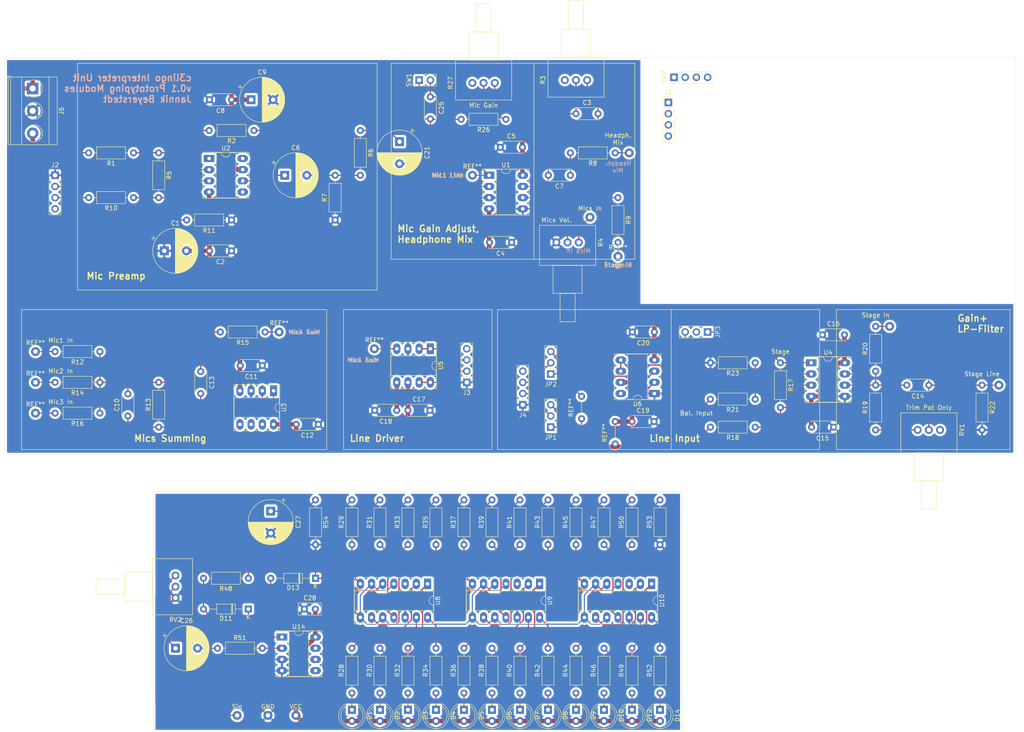
<source format=kicad_pcb>
(kicad_pcb (version 20171130) (host pcbnew "(5.1.7-0-10_14)")
  (layers (0 F.Cu signal) (31 B.Cu signal) (34 B.Paste user) (35 F.Paste user) (36 B.SilkS user) (37 F.SilkS user) (38 B.Mask user) (39 F.Mask user) (44 Edge.Cuts user))
  (net 0 "")
  (net 1 GNDREF)
  (net 2 -15V)
  (net 3 "Net-(C3-Pad2)")
  (net 4 "Net-(C3-Pad1)")
  (net 5 +15V)
  (net 6 "Net-(C6-Pad2)")
  (net 7 "Net-(C6-Pad1)")
  (net 8 "Net-(C7-Pad1)")
  (net 9 "Net-(C10-Pad2)")
  (net 10 "Net-(C10-Pad1)")
  (net 11 "Net-(C13-Pad1)")
  (net 12 Stage)
  (net 13 "Net-(C14-Pad2)")
  (net 14 "Net-(C21-Pad1)")
  (net 15 "Net-(C21-Pad2)")
  (net 16 Mic1)
  (net 17 "Net-(C26-Pad2)")
  (net 18 "Net-(C26-Pad1)")
  (net 19 "Net-(C27-Pad1)")
  (net 20 "Net-(D1-Pad1)")
  (net 21 "Net-(D2-Pad1)")
  (net 22 "Net-(D3-Pad1)")
  (net 23 "Net-(D4-Pad1)")
  (net 24 "Net-(D5-Pad1)")
  (net 25 "Net-(D6-Pad1)")
  (net 26 "Net-(D7-Pad1)")
  (net 27 "Net-(D8-Pad1)")
  (net 28 "Net-(D9-Pad1)")
  (net 29 "Net-(D10-Pad1)")
  (net 30 "Net-(D11-Pad2)")
  (net 31 "Net-(D11-Pad1)")
  (net 32 "Net-(D12-Pad1)")
  (net 33 "Net-(D14-Pad1)")
  (net 34 "Net-(J2-Pad3)")
  (net 35 "Net-(J2-Pad2)")
  (net 36 "Net-(J3-Pad2)")
  (net 37 "Net-(J3-Pad3)")
  (net 38 "Net-(J4-Pad3)")
  (net 39 "Net-(J4-Pad2)")
  (net 40 "Net-(JP1-Pad3)")
  (net 41 "Net-(JP1-Pad1)")
  (net 42 "Net-(JP2-Pad1)")
  (net 43 "Net-(JP2-Pad3)")
  (net 44 "Net-(JP3-Pad1)")
  (net 45 "Net-(JP3-Pad2)")
  (net 46 "Net-(JP3-Pad3)")
  (net 47 "Net-(R1-Pad1)")
  (net 48 MicSum)
  (net 49 "Net-(R10-Pad1)")
  (net 50 "Net-(R17-Pad2)")
  (net 51 "Net-(R19-Pad1)")
  (net 52 "Net-(R21-Pad1)")
  (net 53 "Net-(R26-Pad1)")
  (net 54 "Net-(R28-Pad2)")
  (net 55 "Net-(R29-Pad1)")
  (net 56 "Net-(R29-Pad2)")
  (net 57 "Net-(R30-Pad2)")
  (net 58 "Net-(R31-Pad1)")
  (net 59 "Net-(R32-Pad2)")
  (net 60 "Net-(R33-Pad1)")
  (net 61 "Net-(R34-Pad2)")
  (net 62 "Net-(R35-Pad1)")
  (net 63 "Net-(R36-Pad2)")
  (net 64 "Net-(R37-Pad1)")
  (net 65 "Net-(R38-Pad2)")
  (net 66 "Net-(R39-Pad1)")
  (net 67 "Net-(R40-Pad2)")
  (net 68 "Net-(R41-Pad1)")
  (net 69 "Net-(R42-Pad2)")
  (net 70 "Net-(R43-Pad1)")
  (net 71 "Net-(R44-Pad2)")
  (net 72 "Net-(R45-Pad1)")
  (net 73 "Net-(R46-Pad2)")
  (net 74 "Net-(R47-Pad1)")
  (net 75 "Net-(R49-Pad2)")
  (net 76 "Net-(R50-Pad1)")
  (net 77 "Net-(R52-Pad2)")
  (module TestPoint:TestPoint_THTPad_D2.0mm_Drill1.0mm (layer F.Cu) (at 78.74 162.56)
    (fp_text reference GND (at 0 -1.998) (layer F.SilkS))
    (fp_text value "")
    (pad 1 thru_hole circle (at 0 0) (size 2 2) (drill 1) (layers *.Cu *.Mask) (net 1 GNDREF))
  )
  (module TestPoint:TestPoint_THTPad_D2.0mm_Drill1.0mm (layer F.Cu) (at 71.755 162.56)
    (fp_text reference Sig (at 0 -1.998) (layer F.SilkS))
    (fp_text value "")
    (pad 1 thru_hole circle (at 0 0) (size 2 2) (drill 1) (layers *.Cu *.Mask) (net 16 Mic1))
  )
  (module TestPoint:TestPoint_THTPad_D2.0mm_Drill1.0mm (layer F.Cu) (at 85.09 162.56)
    (fp_text reference VCC (at 0 -1.998) (layer F.SilkS))
    (fp_text value "")
    (pad 1 thru_hole circle (at 0 0) (size 2 2) (drill 1) (layers *.Cu *.Mask) (net 5 +15V))
  )
  (module TestPoint:TestPoint_THTPad_D2.0mm_Drill1.0mm (layer F.Cu) (at 219.71 74.295)
    (fp_text reference REF** hide)
    (fp_text value TestPoint_THTPad_D2.0mm_Drill1.0mm hide)
    (pad 1 thru_hole circle (at 0 0) (size 2 2) (drill 1) (layers *.Cu *.Mask) (net 45 "Net-(JP3-Pad2)"))
  )
  (module Resistor_THT:R_Axial_DIN0207_L6.3mm_D2.5mm_P5.08mm_Vertical (layer F.Cu) (at 149.86 95.25 90)
    (fp_text reference REF** (at 2.54 -2.37 90) (layer F.SilkS))
    (fp_text value R_Axial_DIN0207_L6.3mm_D2.5mm_P5.08mm_Vertical hide)
    (pad 1 thru_hole circle (at 0 0 90) (size 1.6 1.6) (drill 0.8) (layers *.Cu *.Mask) (net 42 "Net-(JP2-Pad1)"))
    (pad 2 thru_hole oval (at 5.08 0 90) (size 1.6 1.6) (drill 0.8) (layers *.Cu *.Mask) (net 42 "Net-(JP2-Pad1)"))
  )
  (module Resistor_THT:R_Axial_DIN0207_L6.3mm_D2.5mm_P5.08mm_Vertical (layer F.Cu) (at 157.48 100.965 90)
    (fp_text reference REF** (at 2.54 -2.37 90) (layer F.SilkS))
    (fp_text value R_Axial_DIN0207_L6.3mm_D2.5mm_P5.08mm_Vertical hide)
    (pad 2 thru_hole oval (at 5.08 0 90) (size 1.6 1.6) (drill 0.8) (layers *.Cu *.Mask) (net 5 +15V))
    (pad 1 thru_hole circle (at 0 0 90) (size 1.6 1.6) (drill 0.8) (layers *.Cu *.Mask) (net 5 +15V))
  )
  (module TestPoint:TestPoint_THTPad_D2.0mm_Drill1.0mm (layer F.Cu) (at 102.87 79.375)
    (fp_text reference REF** (at 0 -1.998) (layer F.SilkS))
    (fp_text value "")
    (pad 1 thru_hole circle (at 0 0) (size 2 2) (drill 1) (layers *.Cu *.Mask) (net 48 MicSum))
  )
  (module TestPoint:TestPoint_THTPad_D2.0mm_Drill1.0mm (layer F.Cu) (at 81.28 75.565)
    (fp_text reference REF** (at 0 -1.998) (layer F.SilkS))
    (fp_text value "")
    (pad 1 thru_hole circle (at 0 0) (size 2 2) (drill 1) (layers *.Cu *.Mask) (net 48 MicSum))
  )
  (module TestPoint:TestPoint_THTPad_D2.0mm_Drill1.0mm (layer F.Cu) (at 160.655 34.925)
    (fp_text reference "" (at 0 -1.998) (layer F.SilkS))
    (fp_text value "")
    (pad 1 thru_hole circle (at 0 0) (size 2 2) (drill 1) (layers *.Cu *.Mask))
  )
  (module TestPoint:TestPoint_THTPad_D2.0mm_Drill1.0mm (layer F.Cu) (at 151.765 49.53)
    (fp_text reference "Mics In" (at 0 -1.998) (layer F.SilkS))
    (fp_text value "")
    (pad 1 thru_hole circle (at 0 0) (size 2 2) (drill 1) (layers *.Cu *.Mask) (net 48 MicSum))
  )
  (module TestPoint:TestPoint_THTPad_D2.0mm_Drill1.0mm (layer F.Cu) (at 125.095 40.005)
    (fp_text reference REF** (at 0 -1.998) (layer F.SilkS))
    (fp_text value TestPoint_THTPad_D2.0mm_Drill1.0mm)
    (pad 1 thru_hole circle (at 0 0) (size 2 2) (drill 1) (layers *.Cu *.Mask) (net 16 Mic1))
  )
  (module TestPoint:TestPoint_THTPad_D2.0mm_Drill1.0mm (layer F.Cu) (at 158.115 58.42)
    (fp_text reference REF** (at 0 -1.998) (layer F.SilkS))
    (fp_text value "")
    (pad 1 thru_hole circle (at 0 0) (size 2 2) (drill 1) (layers *.Cu *.Mask) (net 12 Stage))
  )
  (module TestPoint:TestPoint_THTPad_D2.0mm_Drill1.0mm (layer F.Cu) (at 244.475 87.63)
    (fp_text reference REF** hide)
    (fp_text value TestPoint_THTPad_D2.0mm_Drill1.0mm hide)
    (pad 1 thru_hole circle (at 0 0) (size 2 2) (drill 1) (layers *.Cu *.Mask) (net 12 Stage))
  )
  (module TestPoint:TestPoint_THTPad_D2.0mm_Drill1.0mm (layer F.Cu) (at 26.035 93.98)
    (fp_text reference REF** (at 0 -1.998) (layer F.SilkS))
    (fp_text value "")
    (pad 1 thru_hole circle (at 0 0) (size 2 2) (drill 1) (layers *.Cu *.Mask))
  )
  (module TestPoint:TestPoint_THTPad_D2.0mm_Drill1.0mm (layer F.Cu) (at 26.035 80.01)
    (fp_text reference REF** (at 0 -1.998) (layer F.SilkS))
    (fp_text value "")
    (pad 1 thru_hole circle (at 0 0) (size 2 2) (drill 1) (layers *.Cu *.Mask) (net 16 Mic1))
  )
  (module TestPoint:TestPoint_THTPad_D2.0mm_Drill1.0mm (layer F.Cu) (at 26.035 86.995)
    (fp_text reference REF** (at 0 -1.998) (layer F.SilkS))
    (fp_text value "")
    (pad 1 thru_hole circle (at 0 0) (size 2 2) (drill 1) (layers *.Cu *.Mask))
  )
  (module Package_DIP:DIP-8_W7.62mm_Socket_LongPads (layer F.Cu) (at 80.01 88.9 270)
    (fp_text reference U3 (at 3.81 -2.33 90) (layer F.SilkS))
    (fp_text value LM833N)
    (pad 1 thru_hole rect (at 0 0 270) (size 2.4 1.6) (drill 0.8) (layers *.Cu *.Mask) (net 10 "Net-(C10-Pad1)"))
    (pad 5 thru_hole oval (at 7.62 7.62 270) (size 2.4 1.6) (drill 0.8) (layers *.Cu *.Mask))
    (pad 2 thru_hole oval (at 0 2.54 270) (size 2.4 1.6) (drill 0.8) (layers *.Cu *.Mask) (net 9 "Net-(C10-Pad2)"))
    (pad 6 thru_hole oval (at 7.62 5.08 270) (size 2.4 1.6) (drill 0.8) (layers *.Cu *.Mask))
    (pad 3 thru_hole oval (at 0 5.08 270) (size 2.4 1.6) (drill 0.8) (layers *.Cu *.Mask) (net 1 GNDREF))
    (pad 7 thru_hole oval (at 7.62 2.54 270) (size 2.4 1.6) (drill 0.8) (layers *.Cu *.Mask))
    (pad 4 thru_hole oval (at 0 7.62 270) (size 2.4 1.6) (drill 0.8) (layers *.Cu *.Mask) (net 2 -15V))
    (pad 8 thru_hole oval (at 7.62 0 270) (size 2.4 1.6) (drill 0.8) (layers *.Cu *.Mask) (net 5 +15V))
  )
  (module Capacitor_THT:CP_Radial_D10.0mm_P5.00mm (layer F.Cu) (at 55.245 57.15)
    (fp_text reference C1 (at 2.5 -6.25) (layer F.SilkS))
    (fp_text value 100uF)
    (pad 1 thru_hole rect (at 0 0) (size 2 2) (drill 1) (layers *.Cu *.Mask) (net 1 GNDREF))
    (pad 2 thru_hole circle (at 5 0) (size 2 2) (drill 1) (layers *.Cu *.Mask) (net 2 -15V))
  )
  (module Capacitor_THT:C_Disc_D5.0mm_W2.5mm_P5.00mm (layer F.Cu) (at 70.485 57.15 180)
    (fp_text reference C2 (at 2.5 -2.5) (layer F.SilkS))
    (fp_text value 100nF)
    (pad 2 thru_hole circle (at 5 0 180) (size 1.6 1.6) (drill 0.8) (layers *.Cu *.Mask) (net 2 -15V))
    (pad 1 thru_hole circle (at 0 0 180) (size 1.6 1.6) (drill 0.8) (layers *.Cu *.Mask) (net 1 GNDREF))
  )
  (module Capacitor_THT:C_Disc_D5.0mm_W2.5mm_P5.00mm (layer F.Cu) (at 148.59 26.035)
    (fp_text reference C3 (at 2.5 -2.5) (layer F.SilkS))
    (fp_text value 22pF)
    (pad 2 thru_hole circle (at 5 0) (size 1.6 1.6) (drill 0.8) (layers *.Cu *.Mask) (net 3 "Net-(C3-Pad2)"))
    (pad 1 thru_hole circle (at 0 0) (size 1.6 1.6) (drill 0.8) (layers *.Cu *.Mask) (net 4 "Net-(C3-Pad1)"))
  )
  (module Capacitor_THT:C_Disc_D5.0mm_W2.5mm_P5.00mm (layer F.Cu) (at 133.985 55.245 180)
    (fp_text reference C4 (at 2.5 -2.5) (layer F.SilkS))
    (fp_text value 100nF)
    (pad 2 thru_hole circle (at 5 0 180) (size 1.6 1.6) (drill 0.8) (layers *.Cu *.Mask) (net 2 -15V))
    (pad 1 thru_hole circle (at 0 0 180) (size 1.6 1.6) (drill 0.8) (layers *.Cu *.Mask) (net 1 GNDREF))
  )
  (module Capacitor_THT:C_Disc_D5.0mm_W2.5mm_P5.00mm (layer F.Cu) (at 131.445 33.655)
    (fp_text reference C5 (at 2.5 -2.5) (layer F.SilkS))
    (fp_text value 100nF)
    (pad 1 thru_hole circle (at 0 0) (size 1.6 1.6) (drill 0.8) (layers *.Cu *.Mask) (net 1 GNDREF))
    (pad 2 thru_hole circle (at 5 0) (size 1.6 1.6) (drill 0.8) (layers *.Cu *.Mask) (net 5 +15V))
  )
  (module Capacitor_THT:CP_Radial_D10.0mm_P5.00mm (layer F.Cu) (at 82.55 40.005)
    (fp_text reference C6 (at 2.5 -6.25) (layer F.SilkS))
    (fp_text value 10uF)
    (pad 2 thru_hole circle (at 5 0) (size 2 2) (drill 1) (layers *.Cu *.Mask) (net 6 "Net-(C6-Pad2)"))
    (pad 1 thru_hole rect (at 0 0) (size 2 2) (drill 1) (layers *.Cu *.Mask) (net 7 "Net-(C6-Pad1)"))
  )
  (module Capacitor_THT:C_Disc_D5.0mm_W2.5mm_P5.00mm (layer F.Cu) (at 147.32 40.005 180)
    (fp_text reference C7 (at 2.5 -2.5) (layer F.SilkS))
    (fp_text value 10nF)
    (pad 1 thru_hole circle (at 0 0 180) (size 1.6 1.6) (drill 0.8) (layers *.Cu *.Mask) (net 8 "Net-(C7-Pad1)"))
    (pad 2 thru_hole circle (at 5 0 180) (size 1.6 1.6) (drill 0.8) (layers *.Cu *.Mask) (net 4 "Net-(C3-Pad1)"))
  )
  (module Capacitor_THT:C_Disc_D5.0mm_W2.5mm_P5.00mm (layer F.Cu) (at 70.485 22.86 180)
    (fp_text reference C8 (at 2.5 -2.5) (layer F.SilkS))
    (fp_text value 100nF)
    (pad 1 thru_hole circle (at 0 0 180) (size 1.6 1.6) (drill 0.8) (layers *.Cu *.Mask) (net 5 +15V))
    (pad 2 thru_hole circle (at 5 0 180) (size 1.6 1.6) (drill 0.8) (layers *.Cu *.Mask) (net 1 GNDREF))
  )
  (module Capacitor_THT:CP_Radial_D10.0mm_P5.00mm (layer F.Cu) (at 74.93 22.86)
    (fp_text reference C9 (at 2.5 -6.25) (layer F.SilkS))
    (fp_text value 100uF)
    (pad 2 thru_hole circle (at 5 0) (size 2 2) (drill 1) (layers *.Cu *.Mask) (net 1 GNDREF))
    (pad 1 thru_hole rect (at 0 0) (size 2 2) (drill 1) (layers *.Cu *.Mask) (net 5 +15V))
  )
  (module Capacitor_THT:C_Disc_D5.0mm_W2.5mm_P5.00mm (layer F.Cu) (at 46.99 94.615 90)
    (fp_text reference C10 (at 2.5 -2.5 90) (layer F.SilkS))
    (fp_text value 22pF)
    (pad 2 thru_hole circle (at 5 0 90) (size 1.6 1.6) (drill 0.8) (layers *.Cu *.Mask) (net 9 "Net-(C10-Pad2)"))
    (pad 1 thru_hole circle (at 0 0 90) (size 1.6 1.6) (drill 0.8) (layers *.Cu *.Mask) (net 10 "Net-(C10-Pad1)"))
  )
  (module Capacitor_THT:C_Disc_D5.0mm_W2.5mm_P5.00mm (layer F.Cu) (at 77.47 83.185 180)
    (fp_text reference C11 (at 2.5 -2.5) (layer F.SilkS))
    (fp_text value 100nF)
    (pad 2 thru_hole circle (at 5 0 180) (size 1.6 1.6) (drill 0.8) (layers *.Cu *.Mask) (net 2 -15V))
    (pad 1 thru_hole circle (at 0 0 180) (size 1.6 1.6) (drill 0.8) (layers *.Cu *.Mask) (net 1 GNDREF))
  )
  (module Capacitor_THT:C_Disc_D5.0mm_W2.5mm_P5.00mm (layer F.Cu) (at 90.17 96.52 180)
    (fp_text reference C12 (at 2.5 -2.5) (layer F.SilkS))
    (fp_text value 100nF)
    (pad 2 thru_hole circle (at 5 0 180) (size 1.6 1.6) (drill 0.8) (layers *.Cu *.Mask) (net 5 +15V))
    (pad 1 thru_hole circle (at 0 0 180) (size 1.6 1.6) (drill 0.8) (layers *.Cu *.Mask) (net 1 GNDREF))
  )
  (module Capacitor_THT:C_Disc_D5.0mm_W2.5mm_P5.00mm (layer F.Cu) (at 63.5 84.535 270)
    (fp_text reference C13 (at 2.5 -2.5 90) (layer F.SilkS))
    (fp_text value 4.7pF)
    (pad 1 thru_hole circle (at 0 0 270) (size 1.6 1.6) (drill 0.8) (layers *.Cu *.Mask) (net 11 "Net-(C13-Pad1)"))
    (pad 2 thru_hole circle (at 5 0 270) (size 1.6 1.6) (drill 0.8) (layers *.Cu *.Mask) (net 10 "Net-(C10-Pad1)"))
  )
  (module Capacitor_THT:C_Disc_D5.0mm_W2.5mm_P5.00mm (layer F.Cu) (at 228.6 87.63 180)
    (fp_text reference C14 (at 2.5 -2.5) (layer F.SilkS))
    (fp_text value 47pF)
    (pad 1 thru_hole circle (at 0 0 180) (size 1.6 1.6) (drill 0.8) (layers *.Cu *.Mask) (net 12 Stage))
    (pad 2 thru_hole circle (at 5 0 180) (size 1.6 1.6) (drill 0.8) (layers *.Cu *.Mask) (net 13 "Net-(C14-Pad2)"))
  )
  (module Capacitor_THT:C_Disc_D5.0mm_W2.5mm_P5.00mm (layer F.Cu) (at 207.01 97.155 180)
    (fp_text reference C15 (at 2.5 -2.5) (layer F.SilkS))
    (fp_text value 100nF)
    (pad 2 thru_hole circle (at 5 0 180) (size 1.6 1.6) (drill 0.8) (layers *.Cu *.Mask) (net 2 -15V))
    (pad 1 thru_hole circle (at 0 0 180) (size 1.6 1.6) (drill 0.8) (layers *.Cu *.Mask) (net 1 GNDREF))
  )
  (module Capacitor_THT:C_Disc_D5.0mm_W2.5mm_P5.00mm (layer F.Cu) (at 204.47 76.2)
    (fp_text reference C16 (at 2.5 -2.5) (layer F.SilkS))
    (fp_text value 100nF)
    (pad 1 thru_hole circle (at 0 0) (size 1.6 1.6) (drill 0.8) (layers *.Cu *.Mask) (net 1 GNDREF))
    (pad 2 thru_hole circle (at 5 0) (size 1.6 1.6) (drill 0.8) (layers *.Cu *.Mask) (net 5 +15V))
  )
  (module Capacitor_THT:C_Disc_D5.0mm_W2.5mm_P5.00mm (layer F.Cu) (at 110.49 93.345)
    (fp_text reference C17 (at 2.5 -2.5) (layer F.SilkS))
    (fp_text value 1uF)
    (pad 1 thru_hole circle (at 0 0) (size 1.6 1.6) (drill 0.8) (layers *.Cu *.Mask) (net 5 +15V))
    (pad 2 thru_hole circle (at 5 0) (size 1.6 1.6) (drill 0.8) (layers *.Cu *.Mask) (net 1 GNDREF))
  )
  (module Capacitor_THT:C_Disc_D5.0mm_W2.5mm_P5.00mm (layer F.Cu) (at 107.95 93.345 180)
    (fp_text reference C18 (at 2.5 -2.5) (layer F.SilkS))
    (fp_text value 1uF)
    (pad 2 thru_hole circle (at 5 0 180) (size 1.6 1.6) (drill 0.8) (layers *.Cu *.Mask) (net 1 GNDREF))
    (pad 1 thru_hole circle (at 0 0 180) (size 1.6 1.6) (drill 0.8) (layers *.Cu *.Mask) (net 2 -15V))
  )
  (module Capacitor_THT:C_Disc_D5.0mm_W2.5mm_P5.00mm (layer F.Cu) (at 161.29 95.885)
    (fp_text reference C19 (at 2.5 -2.5) (layer F.SilkS))
    (fp_text value 1uF)
    (pad 2 thru_hole circle (at 5 0) (size 1.6 1.6) (drill 0.8) (layers *.Cu *.Mask) (net 1 GNDREF))
    (pad 1 thru_hole circle (at 0 0) (size 1.6 1.6) (drill 0.8) (layers *.Cu *.Mask) (net 5 +15V))
  )
  (module Capacitor_THT:C_Disc_D5.0mm_W2.5mm_P5.00mm (layer F.Cu) (at 166.37 75.565 180)
    (fp_text reference C20 (at 2.5 -2.5) (layer F.SilkS))
    (fp_text value 1uF)
    (pad 1 thru_hole circle (at 0 0 180) (size 1.6 1.6) (drill 0.8) (layers *.Cu *.Mask) (net 2 -15V))
    (pad 2 thru_hole circle (at 5 0 180) (size 1.6 1.6) (drill 0.8) (layers *.Cu *.Mask) (net 1 GNDREF))
  )
  (module Capacitor_THT:CP_Radial_D10.0mm_P5.00mm (layer F.Cu) (at 108.585 32.385 270)
    (fp_text reference C21 (at 2.5 -6.25 90) (layer F.SilkS))
    (fp_text value 10uF)
    (pad 1 thru_hole rect (at 0 0 270) (size 2 2) (drill 1) (layers *.Cu *.Mask) (net 14 "Net-(C21-Pad1)"))
    (pad 2 thru_hole circle (at 5 0 270) (size 2 2) (drill 1) (layers *.Cu *.Mask) (net 15 "Net-(C21-Pad2)"))
  )
  (module Capacitor_THT:C_Disc_D5.0mm_W2.5mm_P5.00mm (layer F.Cu) (at 115.57 22.225 270)
    (fp_text reference C25 (at 2.5 -2.5 90) (layer F.SilkS))
    (fp_text value 0.1uF)
    (pad 1 thru_hole circle (at 0 0 270) (size 1.6 1.6) (drill 0.8) (layers *.Cu *.Mask) (net 16 Mic1))
    (pad 2 thru_hole circle (at 5 0 270) (size 1.6 1.6) (drill 0.8) (layers *.Cu *.Mask) (net 15 "Net-(C21-Pad2)"))
  )
  (module Capacitor_THT:CP_Radial_D10.0mm_P5.00mm (layer F.Cu) (at 57.785 147.32)
    (fp_text reference C26 (at 2.5 -6.25) (layer F.SilkS))
    (fp_text value TODO)
    (pad 2 thru_hole circle (at 5 0) (size 2 2) (drill 1) (layers *.Cu *.Mask) (net 17 "Net-(C26-Pad2)"))
    (pad 1 thru_hole rect (at 0 0) (size 2 2) (drill 1) (layers *.Cu *.Mask) (net 18 "Net-(C26-Pad1)"))
  )
  (module Capacitor_THT:CP_Radial_D10.0mm_P5.00mm (layer F.Cu) (at 79.375 116.205 270)
    (fp_text reference C27 (at 2.5 -6.25 90) (layer F.SilkS))
    (fp_text value 2.2uF)
    (pad 1 thru_hole rect (at 0 0 270) (size 2 2) (drill 1) (layers *.Cu *.Mask) (net 19 "Net-(C27-Pad1)"))
    (pad 2 thru_hole circle (at 5 0 270) (size 2 2) (drill 1) (layers *.Cu *.Mask) (net 1 GNDREF))
  )
  (module Capacitor_THT:C_Disc_D5.0mm_W2.5mm_P2.50mm (layer F.Cu) (at 86.995 138.43)
    (fp_text reference C28 (at 1.25 -2.5) (layer F.SilkS))
    (fp_text value 100nF)
    (pad 1 thru_hole circle (at 0 0) (size 1.6 1.6) (drill 0.8) (layers *.Cu *.Mask) (net 1 GNDREF))
    (pad 2 thru_hole circle (at 2.5 0) (size 1.6 1.6) (drill 0.8) (layers *.Cu *.Mask) (net 5 +15V))
  )
  (module LED_THT:LED_D5.0mm (layer F.Cu) (at 97.79 161.29 270)
    (fp_text reference D1 (at 1.27 -3.96 90) (layer F.SilkS))
    (fp_text value "LED rd")
    (pad 1 thru_hole rect (at 0 0 270) (size 1.8 1.8) (drill 0.9) (layers *.Cu *.Mask) (net 20 "Net-(D1-Pad1)"))
    (pad 2 thru_hole circle (at 2.54 0 270) (size 1.8 1.8) (drill 0.9) (layers *.Cu *.Mask) (net 5 +15V))
  )
  (module LED_THT:LED_D5.0mm (layer F.Cu) (at 104.14 161.29 270)
    (fp_text reference D2 (at 1.27 -3.96 90) (layer F.SilkS))
    (fp_text value "LED ye")
    (pad 2 thru_hole circle (at 2.54 0 270) (size 1.8 1.8) (drill 0.9) (layers *.Cu *.Mask) (net 5 +15V))
    (pad 1 thru_hole rect (at 0 0 270) (size 1.8 1.8) (drill 0.9) (layers *.Cu *.Mask) (net 21 "Net-(D2-Pad1)"))
  )
  (module LED_THT:LED_D5.0mm (layer F.Cu) (at 110.49 161.29 270)
    (fp_text reference D3 (at 1.27 -3.96 90) (layer F.SilkS))
    (fp_text value "LED ye")
    (pad 1 thru_hole rect (at 0 0 270) (size 1.8 1.8) (drill 0.9) (layers *.Cu *.Mask) (net 22 "Net-(D3-Pad1)"))
    (pad 2 thru_hole circle (at 2.54 0 270) (size 1.8 1.8) (drill 0.9) (layers *.Cu *.Mask) (net 5 +15V))
  )
  (module LED_THT:LED_D5.0mm (layer F.Cu) (at 116.84 161.29 270)
    (fp_text reference D4 (at 1.27 -3.96 90) (layer F.SilkS))
    (fp_text value "LED gn")
    (pad 2 thru_hole circle (at 2.54 0 270) (size 1.8 1.8) (drill 0.9) (layers *.Cu *.Mask) (net 5 +15V))
    (pad 1 thru_hole rect (at 0 0 270) (size 1.8 1.8) (drill 0.9) (layers *.Cu *.Mask) (net 23 "Net-(D4-Pad1)"))
  )
  (module LED_THT:LED_D5.0mm (layer F.Cu) (at 123.19 161.29 270)
    (fp_text reference D5 (at 1.27 -3.96 90) (layer F.SilkS))
    (fp_text value "LED gn")
    (pad 1 thru_hole rect (at 0 0 270) (size 1.8 1.8) (drill 0.9) (layers *.Cu *.Mask) (net 24 "Net-(D5-Pad1)"))
    (pad 2 thru_hole circle (at 2.54 0 270) (size 1.8 1.8) (drill 0.9) (layers *.Cu *.Mask) (net 5 +15V))
  )
  (module LED_THT:LED_D5.0mm (layer F.Cu) (at 129.54 161.29 270)
    (fp_text reference D6 (at 1.27 -3.96 90) (layer F.SilkS))
    (fp_text value "LED gn")
    (pad 2 thru_hole circle (at 2.54 0 270) (size 1.8 1.8) (drill 0.9) (layers *.Cu *.Mask) (net 5 +15V))
    (pad 1 thru_hole rect (at 0 0 270) (size 1.8 1.8) (drill 0.9) (layers *.Cu *.Mask) (net 25 "Net-(D6-Pad1)"))
  )
  (module LED_THT:LED_D5.0mm (layer F.Cu) (at 135.89 161.29 270)
    (fp_text reference D7 (at 1.27 -3.96 90) (layer F.SilkS))
    (fp_text value "LED ye")
    (pad 1 thru_hole rect (at 0 0 270) (size 1.8 1.8) (drill 0.9) (layers *.Cu *.Mask) (net 26 "Net-(D7-Pad1)"))
    (pad 2 thru_hole circle (at 2.54 0 270) (size 1.8 1.8) (drill 0.9) (layers *.Cu *.Mask) (net 5 +15V))
  )
  (module LED_THT:LED_D5.0mm (layer F.Cu) (at 142.24 161.29 270)
    (fp_text reference D8 (at 1.27 -3.96 90) (layer F.SilkS))
    (fp_text value "LED ye")
    (pad 2 thru_hole circle (at 2.54 0 270) (size 1.8 1.8) (drill 0.9) (layers *.Cu *.Mask) (net 5 +15V))
    (pad 1 thru_hole rect (at 0 0 270) (size 1.8 1.8) (drill 0.9) (layers *.Cu *.Mask) (net 27 "Net-(D8-Pad1)"))
  )
  (module LED_THT:LED_D5.0mm (layer F.Cu) (at 148.59 161.29 270)
    (fp_text reference D9 (at 1.27 -3.96 90) (layer F.SilkS))
    (fp_text value "LED rd")
    (pad 1 thru_hole rect (at 0 0 270) (size 1.8 1.8) (drill 0.9) (layers *.Cu *.Mask) (net 28 "Net-(D9-Pad1)"))
    (pad 2 thru_hole circle (at 2.54 0 270) (size 1.8 1.8) (drill 0.9) (layers *.Cu *.Mask) (net 5 +15V))
  )
  (module LED_THT:LED_D5.0mm (layer F.Cu) (at 154.94 161.29 270)
    (fp_text reference D10 (at 1.27 -3.96 90) (layer F.SilkS))
    (fp_text value "LED rd")
    (pad 2 thru_hole circle (at 2.54 0 270) (size 1.8 1.8) (drill 0.9) (layers *.Cu *.Mask) (net 5 +15V))
    (pad 1 thru_hole rect (at 0 0 270) (size 1.8 1.8) (drill 0.9) (layers *.Cu *.Mask) (net 29 "Net-(D10-Pad1)"))
  )
  (module Diode_THT:D_DO-35_SOD27_P10.16mm_Horizontal (layer F.Cu) (at 74.295 138.43 180)
    (fp_text reference D11 (at 5.08 -2.12) (layer F.SilkS))
    (fp_text value 1N4148)
    (fp_text user K (at 0 -1.8) (layer F.SilkS))
    (pad 2 thru_hole oval (at 10.16 0 180) (size 1.6 1.6) (drill 0.8) (layers *.Cu *.Mask) (net 30 "Net-(D11-Pad2)"))
    (pad 1 thru_hole rect (at 0 0 180) (size 1.6 1.6) (drill 0.8) (layers *.Cu *.Mask) (net 31 "Net-(D11-Pad1)"))
  )
  (module LED_THT:LED_D5.0mm (layer F.Cu) (at 161.29 161.29 270)
    (fp_text reference D12 (at 1.27 -3.96 90) (layer F.SilkS))
    (fp_text value "LED rd")
    (pad 1 thru_hole rect (at 0 0 270) (size 1.8 1.8) (drill 0.9) (layers *.Cu *.Mask) (net 32 "Net-(D12-Pad1)"))
    (pad 2 thru_hole circle (at 2.54 0 270) (size 1.8 1.8) (drill 0.9) (layers *.Cu *.Mask) (net 5 +15V))
  )
  (module Diode_THT:D_DO-35_SOD27_P10.16mm_Horizontal (layer F.Cu) (at 89.535 131.445 180)
    (fp_text reference D13 (at 5.08 -2.12) (layer F.SilkS))
    (fp_text value 1N4148)
    (fp_text user K (at 0 -1.8) (layer F.SilkS))
    (pad 1 thru_hole rect (at 0 0 180) (size 1.6 1.6) (drill 0.8) (layers *.Cu *.Mask) (net 19 "Net-(C27-Pad1)"))
    (pad 2 thru_hole oval (at 10.16 0 180) (size 1.6 1.6) (drill 0.8) (layers *.Cu *.Mask) (net 31 "Net-(D11-Pad1)"))
  )
  (module LED_THT:LED_D5.0mm (layer F.Cu) (at 167.64 161.29 270)
    (fp_text reference D14 (at 1.27 -3.96 90) (layer F.SilkS))
    (fp_text value "LED rd")
    (pad 2 thru_hole circle (at 2.54 0 270) (size 1.8 1.8) (drill 0.9) (layers *.Cu *.Mask) (net 5 +15V))
    (pad 1 thru_hole rect (at 0 0 270) (size 1.8 1.8) (drill 0.9) (layers *.Cu *.Mask) (net 33 "Net-(D14-Pad1)"))
  )
  (module TerminalBlock_MetzConnect:TerminalBlock_MetzConnect_Type073_RT02603HBLU_1x03_P5.08mm_Horizontal (layer F.Cu) (at 25.4 20.32 270)
    (fp_text reference J5 (at 5.08 -6.56 90) (layer F.SilkS))
    (fp_text value PowerSupply)
    (pad 1 thru_hole rect (at 0 0 270) (size 2.6 2.6) (drill 1.4) (layers *.Cu *.Mask) (net 5 +15V))
    (pad 2 thru_hole circle (at 5.08 0 270) (size 2.6 2.6) (drill 1.4) (layers *.Cu *.Mask) (net 1 GNDREF))
    (pad 3 thru_hole circle (at 10.16 0 270) (size 2.6 2.6) (drill 1.4) (layers *.Cu *.Mask) (net 2 -15V))
  )
  (module Connector_PinHeader_2.54mm:PinHeader_1x03_P2.54mm_Vertical (layer F.Cu) (at 142.875 97.155 180)
    (fp_text reference JP1 (at 0 -2.33) (layer F.SilkS))
    (fp_text value "Stage Hot")
    (pad 3 thru_hole oval (at 0 5.08 180) (size 1.7 1.7) (drill 1) (layers *.Cu *.Mask) (net 40 "Net-(JP1-Pad3)"))
    (pad 2 thru_hole oval (at 0 2.54 180) (size 1.7 1.7) (drill 1) (layers *.Cu *.Mask) (net 39 "Net-(J4-Pad2)"))
    (pad 1 thru_hole rect (at 0 0 180) (size 1.7 1.7) (drill 1) (layers *.Cu *.Mask) (net 41 "Net-(JP1-Pad1)"))
  )
  (module Connector_PinHeader_2.54mm:PinHeader_1x03_P2.54mm_Vertical (layer F.Cu) (at 142.875 85.09 180)
    (fp_text reference JP2 (at 0 -2.33) (layer F.SilkS))
    (fp_text value "Stage Cold")
    (pad 1 thru_hole rect (at 0 0 180) (size 1.7 1.7) (drill 1) (layers *.Cu *.Mask) (net 42 "Net-(JP2-Pad1)"))
    (pad 2 thru_hole oval (at 0 2.54 180) (size 1.7 1.7) (drill 1) (layers *.Cu *.Mask) (net 38 "Net-(J4-Pad3)"))
    (pad 3 thru_hole oval (at 0 5.08 180) (size 1.7 1.7) (drill 1) (layers *.Cu *.Mask) (net 43 "Net-(JP2-Pad3)"))
  )
  (module Connector_PinHeader_2.54mm:PinHeader_1x03_P2.54mm_Vertical (layer F.Cu) (at 178.435 75.565 270)
    (fp_text reference JP3 (at 0 -2.33 90) (layer F.SilkS))
    (fp_text value "Stage Out")
    (pad 1 thru_hole rect (at 0 0 270) (size 1.7 1.7) (drill 1) (layers *.Cu *.Mask) (net 44 "Net-(JP3-Pad1)"))
    (pad 2 thru_hole oval (at 0 2.54 270) (size 1.7 1.7) (drill 1) (layers *.Cu *.Mask) (net 45 "Net-(JP3-Pad2)"))
    (pad 3 thru_hole oval (at 0 5.08 270) (size 1.7 1.7) (drill 1) (layers *.Cu *.Mask) (net 46 "Net-(JP3-Pad3)"))
  )
  (module Resistor_THT:R_Axial_DIN0207_L6.3mm_D2.5mm_P10.16mm_Horizontal (layer F.Cu) (at 48.26 34.925 180)
    (fp_text reference R1 (at 5.08 -2.37) (layer F.SilkS))
    (fp_text value "1K 1%")
    (pad 2 thru_hole oval (at 10.16 0 180) (size 1.6 1.6) (drill 0.8) (layers *.Cu *.Mask) (net 35 "Net-(J2-Pad2)"))
    (pad 1 thru_hole circle (at 0 0 180) (size 1.6 1.6) (drill 0.8) (layers *.Cu *.Mask) (net 47 "Net-(R1-Pad1)"))
  )
  (module Resistor_THT:R_Axial_DIN0207_L6.3mm_D2.5mm_P10.16mm_Horizontal (layer F.Cu) (at 75.565 29.845 180)
    (fp_text reference R2 (at 5.08 -2.37) (layer F.SilkS))
    (fp_text value "330K 1%")
    (pad 2 thru_hole oval (at 10.16 0 180) (size 1.6 1.6) (drill 0.8) (layers *.Cu *.Mask) (net 47 "Net-(R1-Pad1)"))
    (pad 1 thru_hole circle (at 0 0 180) (size 1.6 1.6) (drill 0.8) (layers *.Cu *.Mask) (net 7 "Net-(C6-Pad1)"))
  )
  (module Potentiometer_THT:Potentiometer_Vishay_148-149_Single_Horizontal (layer F.Cu) (at 151.13 18.415 90)
    (fp_text reference R3 (at 0 -10.04 90) (layer F.SilkS))
    (fp_text value 22K)
    (pad 1 thru_hole circle (at 0 0 90) (size 1.8 1.8) (drill 1) (layers *.Cu *.Mask) (net 3 "Net-(C3-Pad2)"))
    (pad 2 thru_hole circle (at 0 -2.54 90) (size 1.8 1.8) (drill 1) (layers *.Cu *.Mask) (net 4 "Net-(C3-Pad1)"))
    (pad 3 thru_hole circle (at 0 -5.08 90) (size 1.8 1.8) (drill 1) (layers *.Cu *.Mask))
  )
  (module Potentiometer_THT:Potentiometer_Vishay_148-149_Single_Horizontal (layer F.Cu) (at 144.145 55.245 270)
    (fp_text reference R4 (at 0 -10.04 90) (layer F.SilkS))
    (fp_text value 22K)
    (pad 3 thru_hole circle (at 0 -5.08 270) (size 1.8 1.8) (drill 1) (layers *.Cu *.Mask) (net 48 MicSum))
    (pad 2 thru_hole circle (at 0 -2.54 270) (size 1.8 1.8) (drill 1) (layers *.Cu *.Mask) (net 3 "Net-(C3-Pad2)"))
    (pad 1 thru_hole circle (at 0 0 270) (size 1.8 1.8) (drill 1) (layers *.Cu *.Mask) (net 1 GNDREF))
  )
  (module Resistor_THT:R_Axial_DIN0207_L6.3mm_D2.5mm_P10.16mm_Horizontal (layer F.Cu) (at 53.975 34.925 270)
    (fp_text reference R5 (at 5.08 -2.37 90) (layer F.SilkS))
    (fp_text value "27K 1%")
    (pad 1 thru_hole circle (at 0 0 270) (size 1.6 1.6) (drill 0.8) (layers *.Cu *.Mask) (net 47 "Net-(R1-Pad1)"))
    (pad 2 thru_hole oval (at 10.16 0 270) (size 1.6 1.6) (drill 0.8) (layers *.Cu *.Mask) (net 49 "Net-(R10-Pad1)"))
  )
  (module Resistor_THT:R_Axial_DIN0207_L6.3mm_D2.5mm_P10.16mm_Horizontal (layer F.Cu) (at 99.695 29.845 270)
    (fp_text reference R6 (at 5.08 -2.37 90) (layer F.SilkS))
    (fp_text value 120R)
    (pad 1 thru_hole circle (at 0 0 270) (size 1.6 1.6) (drill 0.8) (layers *.Cu *.Mask) (net 14 "Net-(C21-Pad1)"))
    (pad 2 thru_hole oval (at 10.16 0 270) (size 1.6 1.6) (drill 0.8) (layers *.Cu *.Mask) (net 6 "Net-(C6-Pad2)"))
  )
  (module Resistor_THT:R_Axial_DIN0207_L6.3mm_D2.5mm_P10.16mm_Horizontal (layer F.Cu) (at 93.98 50.165 90)
    (fp_text reference R7 (at 5.08 -2.37 90) (layer F.SilkS))
    (fp_text value 5.6K)
    (pad 1 thru_hole circle (at 0 0 90) (size 1.6 1.6) (drill 0.8) (layers *.Cu *.Mask) (net 1 GNDREF))
    (pad 2 thru_hole oval (at 10.16 0 90) (size 1.6 1.6) (drill 0.8) (layers *.Cu *.Mask) (net 6 "Net-(C6-Pad2)"))
  )
  (module Resistor_THT:R_Axial_DIN0207_L6.3mm_D2.5mm_P10.16mm_Horizontal (layer F.Cu) (at 157.48 34.925 180)
    (fp_text reference R8 (at 5.08 -2.37) (layer F.SilkS))
    (fp_text value 47R)
    (pad 2 thru_hole oval (at 10.16 0 180) (size 1.6 1.6) (drill 0.8) (layers *.Cu *.Mask) (net 8 "Net-(C7-Pad1)"))
    (pad 1 thru_hole circle (at 0 0 180) (size 1.6 1.6) (drill 0.8) (layers *.Cu *.Mask))
  )
  (module Resistor_THT:R_Axial_DIN0207_L6.3mm_D2.5mm_P10.16mm_Horizontal (layer F.Cu) (at 158.115 45.085 270)
    (fp_text reference R9 (at 5.08 -2.37 90) (layer F.SilkS))
    (fp_text value 22K)
    (pad 2 thru_hole oval (at 10.16 0 270) (size 1.6 1.6) (drill 0.8) (layers *.Cu *.Mask) (net 12 Stage))
    (pad 1 thru_hole circle (at 0 0 270) (size 1.6 1.6) (drill 0.8) (layers *.Cu *.Mask) (net 3 "Net-(C3-Pad2)"))
  )
  (module Resistor_THT:R_Axial_DIN0207_L6.3mm_D2.5mm_P10.16mm_Horizontal (layer F.Cu) (at 48.26 45.085 180)
    (fp_text reference R10 (at 5.08 -2.37) (layer F.SilkS))
    (fp_text value "1K 1%")
    (pad 2 thru_hole oval (at 10.16 0 180) (size 1.6 1.6) (drill 0.8) (layers *.Cu *.Mask) (net 34 "Net-(J2-Pad3)"))
    (pad 1 thru_hole circle (at 0 0 180) (size 1.6 1.6) (drill 0.8) (layers *.Cu *.Mask) (net 49 "Net-(R10-Pad1)"))
  )
  (module Resistor_THT:R_Axial_DIN0207_L6.3mm_D2.5mm_P10.16mm_Horizontal (layer F.Cu) (at 70.485 50.165 180)
    (fp_text reference R11 (at 5.08 -2.37) (layer F.SilkS))
    (fp_text value "330K 1%")
    (pad 2 thru_hole oval (at 10.16 0 180) (size 1.6 1.6) (drill 0.8) (layers *.Cu *.Mask) (net 49 "Net-(R10-Pad1)"))
    (pad 1 thru_hole circle (at 0 0 180) (size 1.6 1.6) (drill 0.8) (layers *.Cu *.Mask) (net 1 GNDREF))
  )
  (module Resistor_THT:R_Axial_DIN0207_L6.3mm_D2.5mm_P10.16mm_Horizontal (layer F.Cu) (at 40.64 80.01 180)
    (fp_text reference R12 (at 5.08 -2.37) (layer F.SilkS))
    (fp_text value 22K)
    (pad 2 thru_hole oval (at 10.16 0 180) (size 1.6 1.6) (drill 0.8) (layers *.Cu *.Mask) (net 16 Mic1))
    (pad 1 thru_hole circle (at 0 0 180) (size 1.6 1.6) (drill 0.8) (layers *.Cu *.Mask) (net 9 "Net-(C10-Pad2)"))
  )
  (module Resistor_THT:R_Axial_DIN0207_L6.3mm_D2.5mm_P10.16mm_Horizontal (layer F.Cu) (at 53.975 97.155 90)
    (fp_text reference R13 (at 5.08 -2.37 90) (layer F.SilkS))
    (fp_text value 22K)
    (pad 1 thru_hole circle (at 0 0 90) (size 1.6 1.6) (drill 0.8) (layers *.Cu *.Mask) (net 10 "Net-(C10-Pad1)"))
    (pad 2 thru_hole oval (at 10.16 0 90) (size 1.6 1.6) (drill 0.8) (layers *.Cu *.Mask) (net 9 "Net-(C10-Pad2)"))
  )
  (module Resistor_THT:R_Axial_DIN0207_L6.3mm_D2.5mm_P10.16mm_Horizontal (layer F.Cu) (at 40.64 86.995 180)
    (fp_text reference R14 (at 5.08 -2.37) (layer F.SilkS))
    (fp_text value 22K)
    (pad 2 thru_hole oval (at 10.16 0 180) (size 1.6 1.6) (drill 0.8) (layers *.Cu *.Mask))
    (pad 1 thru_hole circle (at 0 0 180) (size 1.6 1.6) (drill 0.8) (layers *.Cu *.Mask) (net 9 "Net-(C10-Pad2)"))
  )
  (module Resistor_THT:R_Axial_DIN0207_L6.3mm_D2.5mm_P10.16mm_Horizontal (layer F.Cu) (at 78.105 75.565 180)
    (fp_text reference R15 (at 5.08 -2.37) (layer F.SilkS))
    (fp_text value 47R)
    (pad 2 thru_hole oval (at 10.16 0 180) (size 1.6 1.6) (drill 0.8) (layers *.Cu *.Mask) (net 11 "Net-(C13-Pad1)"))
    (pad 1 thru_hole circle (at 0 0 180) (size 1.6 1.6) (drill 0.8) (layers *.Cu *.Mask) (net 48 MicSum))
  )
  (module Resistor_THT:R_Axial_DIN0207_L6.3mm_D2.5mm_P10.16mm_Horizontal (layer F.Cu) (at 40.64 93.98 180)
    (fp_text reference R16 (at 5.08 -2.37) (layer F.SilkS))
    (fp_text value 22K)
    (pad 2 thru_hole oval (at 10.16 0 180) (size 1.6 1.6) (drill 0.8) (layers *.Cu *.Mask))
    (pad 1 thru_hole circle (at 0 0 180) (size 1.6 1.6) (drill 0.8) (layers *.Cu *.Mask) (net 9 "Net-(C10-Pad2)"))
  )
  (module Resistor_THT:R_Axial_DIN0207_L6.3mm_D2.5mm_P10.16mm_Horizontal (layer F.Cu) (at 194.945 82.55 270)
    (fp_text reference R17 (at 5.08 -2.37 90) (layer F.SilkS))
    (fp_text value R)
    (pad 2 thru_hole oval (at 10.16 0 270) (size 1.6 1.6) (drill 0.8) (layers *.Cu *.Mask) (net 50 "Net-(R17-Pad2)"))
    (pad 1 thru_hole circle (at 0 0 270) (size 1.6 1.6) (drill 0.8) (layers *.Cu *.Mask) (net 44 "Net-(JP3-Pad1)"))
  )
  (module Resistor_THT:R_Axial_DIN0207_L6.3mm_D2.5mm_P10.16mm_Horizontal (layer F.Cu) (at 189.23 97.155 180)
    (fp_text reference R18 (at 5.08 -2.37) (layer F.SilkS))
    (fp_text value R)
    (pad 2 thru_hole oval (at 10.16 0 180) (size 1.6 1.6) (drill 0.8) (layers *.Cu *.Mask) (net 41 "Net-(JP1-Pad1)"))
    (pad 1 thru_hole circle (at 0 0 180) (size 1.6 1.6) (drill 0.8) (layers *.Cu *.Mask) (net 50 "Net-(R17-Pad2)"))
  )
  (module Resistor_THT:R_Axial_DIN0207_L6.3mm_D2.5mm_P10.16mm_Horizontal (layer F.Cu) (at 216.535 97.79 90)
    (fp_text reference R19 (at 5.08 -2.37 90) (layer F.SilkS))
    (fp_text value 22K)
    (pad 2 thru_hole oval (at 10.16 0 90) (size 1.6 1.6) (drill 0.8) (layers *.Cu *.Mask) (net 13 "Net-(C14-Pad2)"))
    (pad 1 thru_hole circle (at 0 0 90) (size 1.6 1.6) (drill 0.8) (layers *.Cu *.Mask) (net 51 "Net-(R19-Pad1)"))
  )
  (module Resistor_THT:R_Axial_DIN0207_L6.3mm_D2.5mm_P10.16mm_Horizontal (layer F.Cu) (at 216.535 84.455 90)
    (fp_text reference R20 (at 5.08 -2.37 90) (layer F.SilkS))
    (fp_text value 47K)
    (pad 1 thru_hole circle (at 0 0 90) (size 1.6 1.6) (drill 0.8) (layers *.Cu *.Mask) (net 13 "Net-(C14-Pad2)"))
    (pad 2 thru_hole oval (at 10.16 0 90) (size 1.6 1.6) (drill 0.8) (layers *.Cu *.Mask) (net 45 "Net-(JP3-Pad2)"))
  )
  (module Resistor_THT:R_Axial_DIN0207_L6.3mm_D2.5mm_P10.16mm_Horizontal (layer F.Cu) (at 189.23 90.805 180)
    (fp_text reference R21 (at 5.08 -2.37) (layer F.SilkS))
    (fp_text value R)
    (pad 1 thru_hole circle (at 0 0 180) (size 1.6 1.6) (drill 0.8) (layers *.Cu *.Mask) (net 52 "Net-(R21-Pad1)"))
    (pad 2 thru_hole oval (at 10.16 0 180) (size 1.6 1.6) (drill 0.8) (layers *.Cu *.Mask) (net 42 "Net-(JP2-Pad1)"))
  )
  (module Resistor_THT:R_Axial_DIN0207_L6.3mm_D2.5mm_P10.16mm_Horizontal (layer F.Cu) (at 240.665 87.63 270)
    (fp_text reference R22 (at 5.08 -2.37 90) (layer F.SilkS))
    (fp_text value 22K)
    (pad 2 thru_hole oval (at 10.16 0 270) (size 1.6 1.6) (drill 0.8) (layers *.Cu *.Mask) (net 1 GNDREF))
    (pad 1 thru_hole circle (at 0 0 270) (size 1.6 1.6) (drill 0.8) (layers *.Cu *.Mask) (net 12 Stage))
  )
  (module Resistor_THT:R_Axial_DIN0207_L6.3mm_D2.5mm_P10.16mm_Horizontal (layer F.Cu) (at 189.23 82.55 180)
    (fp_text reference R23 (at 5.08 -2.37) (layer F.SilkS))
    (fp_text value R)
    (pad 1 thru_hole circle (at 0 0 180) (size 1.6 1.6) (drill 0.8) (layers *.Cu *.Mask) (net 52 "Net-(R21-Pad1)"))
    (pad 2 thru_hole oval (at 10.16 0 180) (size 1.6 1.6) (drill 0.8) (layers *.Cu *.Mask) (net 1 GNDREF))
  )
  (module Resistor_THT:R_Axial_DIN0207_L6.3mm_D2.5mm_P10.16mm_Horizontal (layer F.Cu) (at 132.715 27.305 180)
    (fp_text reference R26 (at 5.08 -2.37) (layer F.SilkS))
    (fp_text value 120R)
    (pad 1 thru_hole circle (at 0 0 180) (size 1.6 1.6) (drill 0.8) (layers *.Cu *.Mask) (net 53 "Net-(R26-Pad1)"))
    (pad 2 thru_hole oval (at 10.16 0 180) (size 1.6 1.6) (drill 0.8) (layers *.Cu *.Mask) (net 15 "Net-(C21-Pad2)"))
  )
  (module Potentiometer_THT:Potentiometer_Vishay_148-149_Single_Horizontal (layer F.Cu) (at 130.175 19.05 90)
    (fp_text reference R27 (at 0 -10.04 90) (layer F.SilkS))
    (fp_text value 25K)
    (pad 1 thru_hole circle (at 0 0 90) (size 1.8 1.8) (drill 1) (layers *.Cu *.Mask) (net 53 "Net-(R26-Pad1)"))
    (pad 2 thru_hole circle (at 0 -2.54 90) (size 1.8 1.8) (drill 1) (layers *.Cu *.Mask) (net 16 Mic1))
    (pad 3 thru_hole circle (at 0 -5.08 90) (size 1.8 1.8) (drill 1) (layers *.Cu *.Mask))
  )
  (module Resistor_THT:R_Axial_DIN0207_L6.3mm_D2.5mm_P10.16mm_Horizontal (layer F.Cu) (at 97.79 157.48 90)
    (fp_text reference R28 (at 5.08 -2.37 90) (layer F.SilkS))
    (fp_text value R)
    (pad 1 thru_hole circle (at 0 0 90) (size 1.6 1.6) (drill 0.8) (layers *.Cu *.Mask) (net 20 "Net-(D1-Pad1)"))
    (pad 2 thru_hole oval (at 10.16 0 90) (size 1.6 1.6) (drill 0.8) (layers *.Cu *.Mask) (net 54 "Net-(R28-Pad2)"))
  )
  (module Resistor_THT:R_Axial_DIN0207_L6.3mm_D2.5mm_P10.16mm_Horizontal (layer F.Cu) (at 97.79 123.825 90)
    (fp_text reference R29 (at 5.08 -2.37 90) (layer F.SilkS))
    (fp_text value R)
    (pad 1 thru_hole circle (at 0 0 90) (size 1.6 1.6) (drill 0.8) (layers *.Cu *.Mask) (net 55 "Net-(R29-Pad1)"))
    (pad 2 thru_hole oval (at 10.16 0 90) (size 1.6 1.6) (drill 0.8) (layers *.Cu *.Mask) (net 56 "Net-(R29-Pad2)"))
  )
  (module Resistor_THT:R_Axial_DIN0207_L6.3mm_D2.5mm_P10.16mm_Horizontal (layer F.Cu) (at 104.14 157.48 90)
    (fp_text reference R30 (at 5.08 -2.37 90) (layer F.SilkS))
    (fp_text value R)
    (pad 2 thru_hole oval (at 10.16 0 90) (size 1.6 1.6) (drill 0.8) (layers *.Cu *.Mask) (net 57 "Net-(R30-Pad2)"))
    (pad 1 thru_hole circle (at 0 0 90) (size 1.6 1.6) (drill 0.8) (layers *.Cu *.Mask) (net 21 "Net-(D2-Pad1)"))
  )
  (module Resistor_THT:R_Axial_DIN0207_L6.3mm_D2.5mm_P10.16mm_Horizontal (layer F.Cu) (at 104.14 123.825 90)
    (fp_text reference R31 (at 5.08 -2.37 90) (layer F.SilkS))
    (fp_text value R)
    (pad 1 thru_hole circle (at 0 0 90) (size 1.6 1.6) (drill 0.8) (layers *.Cu *.Mask) (net 58 "Net-(R31-Pad1)"))
    (pad 2 thru_hole oval (at 10.16 0 90) (size 1.6 1.6) (drill 0.8) (layers *.Cu *.Mask) (net 55 "Net-(R29-Pad1)"))
  )
  (module Resistor_THT:R_Axial_DIN0207_L6.3mm_D2.5mm_P10.16mm_Horizontal (layer F.Cu) (at 110.49 157.48 90)
    (fp_text reference R32 (at 5.08 -2.37 90) (layer F.SilkS))
    (fp_text value R)
    (pad 2 thru_hole oval (at 10.16 0 90) (size 1.6 1.6) (drill 0.8) (layers *.Cu *.Mask) (net 59 "Net-(R32-Pad2)"))
    (pad 1 thru_hole circle (at 0 0 90) (size 1.6 1.6) (drill 0.8) (layers *.Cu *.Mask) (net 22 "Net-(D3-Pad1)"))
  )
  (module Resistor_THT:R_Axial_DIN0207_L6.3mm_D2.5mm_P10.16mm_Horizontal (layer F.Cu) (at 110.49 123.825 90)
    (fp_text reference R33 (at 5.08 -2.37 90) (layer F.SilkS))
    (fp_text value R)
    (pad 1 thru_hole circle (at 0 0 90) (size 1.6 1.6) (drill 0.8) (layers *.Cu *.Mask) (net 60 "Net-(R33-Pad1)"))
    (pad 2 thru_hole oval (at 10.16 0 90) (size 1.6 1.6) (drill 0.8) (layers *.Cu *.Mask) (net 58 "Net-(R31-Pad1)"))
  )
  (module Resistor_THT:R_Axial_DIN0207_L6.3mm_D2.5mm_P10.16mm_Horizontal (layer F.Cu) (at 116.84 157.48 90)
    (fp_text reference R34 (at 5.08 -2.37 90) (layer F.SilkS))
    (fp_text value R)
    (pad 2 thru_hole oval (at 10.16 0 90) (size 1.6 1.6) (drill 0.8) (layers *.Cu *.Mask) (net 61 "Net-(R34-Pad2)"))
    (pad 1 thru_hole circle (at 0 0 90) (size 1.6 1.6) (drill 0.8) (layers *.Cu *.Mask) (net 23 "Net-(D4-Pad1)"))
  )
  (module Resistor_THT:R_Axial_DIN0207_L6.3mm_D2.5mm_P10.16mm_Horizontal (layer F.Cu) (at 116.84 123.825 90)
    (fp_text reference R35 (at 5.08 -2.37 90) (layer F.SilkS))
    (fp_text value R)
    (pad 1 thru_hole circle (at 0 0 90) (size 1.6 1.6) (drill 0.8) (layers *.Cu *.Mask) (net 62 "Net-(R35-Pad1)"))
    (pad 2 thru_hole oval (at 10.16 0 90) (size 1.6 1.6) (drill 0.8) (layers *.Cu *.Mask) (net 60 "Net-(R33-Pad1)"))
  )
  (module Resistor_THT:R_Axial_DIN0207_L6.3mm_D2.5mm_P10.16mm_Horizontal (layer F.Cu) (at 123.19 157.48 90)
    (fp_text reference R36 (at 5.08 -2.37 90) (layer F.SilkS))
    (fp_text value R)
    (pad 1 thru_hole circle (at 0 0 90) (size 1.6 1.6) (drill 0.8) (layers *.Cu *.Mask) (net 24 "Net-(D5-Pad1)"))
    (pad 2 thru_hole oval (at 10.16 0 90) (size 1.6 1.6) (drill 0.8) (layers *.Cu *.Mask) (net 63 "Net-(R36-Pad2)"))
  )
  (module Resistor_THT:R_Axial_DIN0207_L6.3mm_D2.5mm_P10.16mm_Horizontal (layer F.Cu) (at 123.19 123.825 90)
    (fp_text reference R37 (at 5.08 -2.37 90) (layer F.SilkS))
    (fp_text value R)
    (pad 1 thru_hole circle (at 0 0 90) (size 1.6 1.6) (drill 0.8) (layers *.Cu *.Mask) (net 64 "Net-(R37-Pad1)"))
    (pad 2 thru_hole oval (at 10.16 0 90) (size 1.6 1.6) (drill 0.8) (layers *.Cu *.Mask) (net 62 "Net-(R35-Pad1)"))
  )
  (module Resistor_THT:R_Axial_DIN0207_L6.3mm_D2.5mm_P10.16mm_Horizontal (layer F.Cu) (at 129.54 157.48 90)
    (fp_text reference R38 (at 5.08 -2.37 90) (layer F.SilkS))
    (fp_text value R)
    (pad 1 thru_hole circle (at 0 0 90) (size 1.6 1.6) (drill 0.8) (layers *.Cu *.Mask) (net 25 "Net-(D6-Pad1)"))
    (pad 2 thru_hole oval (at 10.16 0 90) (size 1.6 1.6) (drill 0.8) (layers *.Cu *.Mask) (net 65 "Net-(R38-Pad2)"))
  )
  (module Resistor_THT:R_Axial_DIN0207_L6.3mm_D2.5mm_P10.16mm_Horizontal (layer F.Cu) (at 129.54 123.825 90)
    (fp_text reference R39 (at 5.08 -2.37 90) (layer F.SilkS))
    (fp_text value R)
    (pad 1 thru_hole circle (at 0 0 90) (size 1.6 1.6) (drill 0.8) (layers *.Cu *.Mask) (net 66 "Net-(R39-Pad1)"))
    (pad 2 thru_hole oval (at 10.16 0 90) (size 1.6 1.6) (drill 0.8) (layers *.Cu *.Mask) (net 64 "Net-(R37-Pad1)"))
  )
  (module Resistor_THT:R_Axial_DIN0207_L6.3mm_D2.5mm_P10.16mm_Horizontal (layer F.Cu) (at 135.89 157.48 90)
    (fp_text reference R40 (at 5.08 -2.37 90) (layer F.SilkS))
    (fp_text value R)
    (pad 2 thru_hole oval (at 10.16 0 90) (size 1.6 1.6) (drill 0.8) (layers *.Cu *.Mask) (net 67 "Net-(R40-Pad2)"))
    (pad 1 thru_hole circle (at 0 0 90) (size 1.6 1.6) (drill 0.8) (layers *.Cu *.Mask) (net 26 "Net-(D7-Pad1)"))
  )
  (module Resistor_THT:R_Axial_DIN0207_L6.3mm_D2.5mm_P10.16mm_Horizontal (layer F.Cu) (at 135.89 123.825 90)
    (fp_text reference R41 (at 5.08 -2.37 90) (layer F.SilkS))
    (fp_text value R)
    (pad 1 thru_hole circle (at 0 0 90) (size 1.6 1.6) (drill 0.8) (layers *.Cu *.Mask) (net 68 "Net-(R41-Pad1)"))
    (pad 2 thru_hole oval (at 10.16 0 90) (size 1.6 1.6) (drill 0.8) (layers *.Cu *.Mask) (net 66 "Net-(R39-Pad1)"))
  )
  (module Resistor_THT:R_Axial_DIN0207_L6.3mm_D2.5mm_P10.16mm_Horizontal (layer F.Cu) (at 142.24 157.48 90)
    (fp_text reference R42 (at 5.08 -2.37 90) (layer F.SilkS))
    (fp_text value R)
    (pad 1 thru_hole circle (at 0 0 90) (size 1.6 1.6) (drill 0.8) (layers *.Cu *.Mask) (net 27 "Net-(D8-Pad1)"))
    (pad 2 thru_hole oval (at 10.16 0 90) (size 1.6 1.6) (drill 0.8) (layers *.Cu *.Mask) (net 69 "Net-(R42-Pad2)"))
  )
  (module Resistor_THT:R_Axial_DIN0207_L6.3mm_D2.5mm_P10.16mm_Horizontal (layer F.Cu) (at 142.24 123.825 90)
    (fp_text reference R43 (at 5.08 -2.37 90) (layer F.SilkS))
    (fp_text value R)
    (pad 1 thru_hole circle (at 0 0 90) (size 1.6 1.6) (drill 0.8) (layers *.Cu *.Mask) (net 70 "Net-(R43-Pad1)"))
    (pad 2 thru_hole oval (at 10.16 0 90) (size 1.6 1.6) (drill 0.8) (layers *.Cu *.Mask) (net 68 "Net-(R41-Pad1)"))
  )
  (module Resistor_THT:R_Axial_DIN0207_L6.3mm_D2.5mm_P10.16mm_Horizontal (layer F.Cu) (at 148.59 157.48 90)
    (fp_text reference R44 (at 5.08 -2.37 90) (layer F.SilkS))
    (fp_text value R)
    (pad 2 thru_hole oval (at 10.16 0 90) (size 1.6 1.6) (drill 0.8) (layers *.Cu *.Mask) (net 71 "Net-(R44-Pad2)"))
    (pad 1 thru_hole circle (at 0 0 90) (size 1.6 1.6) (drill 0.8) (layers *.Cu *.Mask) (net 28 "Net-(D9-Pad1)"))
  )
  (module Resistor_THT:R_Axial_DIN0207_L6.3mm_D2.5mm_P10.16mm_Horizontal (layer F.Cu) (at 148.59 123.825 90)
    (fp_text reference R45 (at 5.08 -2.37 90) (layer F.SilkS))
    (fp_text value R)
    (pad 1 thru_hole circle (at 0 0 90) (size 1.6 1.6) (drill 0.8) (layers *.Cu *.Mask) (net 72 "Net-(R45-Pad1)"))
    (pad 2 thru_hole oval (at 10.16 0 90) (size 1.6 1.6) (drill 0.8) (layers *.Cu *.Mask) (net 70 "Net-(R43-Pad1)"))
  )
  (module Resistor_THT:R_Axial_DIN0207_L6.3mm_D2.5mm_P10.16mm_Horizontal (layer F.Cu) (at 154.94 157.48 90)
    (fp_text reference R46 (at 5.08 -2.37 90) (layer F.SilkS))
    (fp_text value R)
    (pad 2 thru_hole oval (at 10.16 0 90) (size 1.6 1.6) (drill 0.8) (layers *.Cu *.Mask) (net 73 "Net-(R46-Pad2)"))
    (pad 1 thru_hole circle (at 0 0 90) (size 1.6 1.6) (drill 0.8) (layers *.Cu *.Mask) (net 29 "Net-(D10-Pad1)"))
  )
  (module Resistor_THT:R_Axial_DIN0207_L6.3mm_D2.5mm_P10.16mm_Horizontal (layer F.Cu) (at 154.94 123.825 90)
    (fp_text reference R47 (at 5.08 -2.37 90) (layer F.SilkS))
    (fp_text value R)
    (pad 1 thru_hole circle (at 0 0 90) (size 1.6 1.6) (drill 0.8) (layers *.Cu *.Mask) (net 74 "Net-(R47-Pad1)"))
    (pad 2 thru_hole oval (at 10.16 0 90) (size 1.6 1.6) (drill 0.8) (layers *.Cu *.Mask) (net 72 "Net-(R45-Pad1)"))
  )
  (module Resistor_THT:R_Axial_DIN0207_L6.3mm_D2.5mm_P10.16mm_Horizontal (layer F.Cu) (at 74.295 131.445 180)
    (fp_text reference R48 (at 5.08 -2.37) (layer F.SilkS))
    (fp_text value 100K)
    (pad 1 thru_hole circle (at 0 0 180) (size 1.6 1.6) (drill 0.8) (layers *.Cu *.Mask) (net 19 "Net-(C27-Pad1)"))
    (pad 2 thru_hole oval (at 10.16 0 180) (size 1.6 1.6) (drill 0.8) (layers *.Cu *.Mask) (net 30 "Net-(D11-Pad2)"))
  )
  (module Resistor_THT:R_Axial_DIN0207_L6.3mm_D2.5mm_P10.16mm_Horizontal (layer F.Cu) (at 161.29 157.48 90)
    (fp_text reference R49 (at 5.08 -2.37 90) (layer F.SilkS))
    (fp_text value R)
    (pad 2 thru_hole oval (at 10.16 0 90) (size 1.6 1.6) (drill 0.8) (layers *.Cu *.Mask) (net 75 "Net-(R49-Pad2)"))
    (pad 1 thru_hole circle (at 0 0 90) (size 1.6 1.6) (drill 0.8) (layers *.Cu *.Mask) (net 32 "Net-(D12-Pad1)"))
  )
  (module Resistor_THT:R_Axial_DIN0207_L6.3mm_D2.5mm_P10.16mm_Horizontal (layer F.Cu) (at 161.29 123.825 90)
    (fp_text reference R50 (at 5.08 -2.37 90) (layer F.SilkS))
    (fp_text value R)
    (pad 1 thru_hole circle (at 0 0 90) (size 1.6 1.6) (drill 0.8) (layers *.Cu *.Mask) (net 76 "Net-(R50-Pad1)"))
    (pad 2 thru_hole oval (at 10.16 0 90) (size 1.6 1.6) (drill 0.8) (layers *.Cu *.Mask) (net 74 "Net-(R47-Pad1)"))
  )
  (module Resistor_THT:R_Axial_DIN0207_L6.3mm_D2.5mm_P10.16mm_Horizontal (layer F.Cu) (at 67.31 147.32)
    (fp_text reference R51 (at 5.08 -2.37) (layer F.SilkS))
    (fp_text value 25K)
    (pad 2 thru_hole oval (at 10.16 0) (size 1.6 1.6) (drill 0.8) (layers *.Cu *.Mask) (net 30 "Net-(D11-Pad2)"))
    (pad 1 thru_hole circle (at 0 0) (size 1.6 1.6) (drill 0.8) (layers *.Cu *.Mask) (net 17 "Net-(C26-Pad2)"))
  )
  (module Resistor_THT:R_Axial_DIN0207_L6.3mm_D2.5mm_P10.16mm_Horizontal (layer F.Cu) (at 167.64 157.48 90)
    (fp_text reference R52 (at 5.08 -2.37 90) (layer F.SilkS))
    (fp_text value R)
    (pad 2 thru_hole oval (at 10.16 0 90) (size 1.6 1.6) (drill 0.8) (layers *.Cu *.Mask) (net 77 "Net-(R52-Pad2)"))
    (pad 1 thru_hole circle (at 0 0 90) (size 1.6 1.6) (drill 0.8) (layers *.Cu *.Mask) (net 33 "Net-(D14-Pad1)"))
  )
  (module Resistor_THT:R_Axial_DIN0207_L6.3mm_D2.5mm_P10.16mm_Horizontal (layer F.Cu) (at 167.64 123.825 90)
    (fp_text reference R53 (at 5.08 -2.37 90) (layer F.SilkS))
    (fp_text value 1K)
    (pad 2 thru_hole oval (at 10.16 0 90) (size 1.6 1.6) (drill 0.8) (layers *.Cu *.Mask) (net 76 "Net-(R50-Pad1)"))
    (pad 1 thru_hole circle (at 0 0 90) (size 1.6 1.6) (drill 0.8) (layers *.Cu *.Mask) (net 1 GNDREF))
  )
  (module Resistor_THT:R_Axial_DIN0207_L6.3mm_D2.5mm_P10.16mm_Horizontal (layer F.Cu) (at 89.535 113.665 270)
    (fp_text reference R54 (at 5.08 -2.37 90) (layer F.SilkS))
    (fp_text value 10K)
    (pad 1 thru_hole circle (at 0 0 270) (size 1.6 1.6) (drill 0.8) (layers *.Cu *.Mask) (net 19 "Net-(C27-Pad1)"))
    (pad 2 thru_hole oval (at 10.16 0 270) (size 1.6 1.6) (drill 0.8) (layers *.Cu *.Mask) (net 1 GNDREF))
  )
  (module Potentiometer_THT:Potentiometer_Vishay_148-149_Single_Horizontal (layer F.Cu) (at 226.06 97.79 270)
    (fp_text reference RV1 (at 0 -10.04 90) (layer F.SilkS))
    (fp_text value 100K)
    (pad 3 thru_hole circle (at 0 -5.08 270) (size 1.8 1.8) (drill 1) (layers *.Cu *.Mask))
    (pad 2 thru_hole circle (at 0 -2.54 270) (size 1.8 1.8) (drill 1) (layers *.Cu *.Mask) (net 12 Stage))
    (pad 1 thru_hole circle (at 0 0 270) (size 1.8 1.8) (drill 1) (layers *.Cu *.Mask) (net 51 "Net-(R19-Pad1)"))
  )
  (module Potentiometer_THT:Potentiometer_Vishay_148-149_Single_Horizontal (layer F.Cu) (at 57.785 130.81 180)
    (fp_text reference RV2 (at 0 -10.04) (layer F.SilkS))
    (fp_text value 50K)
    (pad 3 thru_hole circle (at 0 -5.08 180) (size 1.8 1.8) (drill 1) (layers *.Cu *.Mask) (net 1 GNDREF))
    (pad 2 thru_hole circle (at 0 -2.54 180) (size 1.8 1.8) (drill 1) (layers *.Cu *.Mask) (net 18 "Net-(C26-Pad1)"))
    (pad 1 thru_hole circle (at 0 0 180) (size 1.8 1.8) (drill 1) (layers *.Cu *.Mask) (net 16 Mic1))
  )
  (module Connector_PinHeader_2.54mm:PinHeader_1x02_P2.54mm_Vertical (layer F.Cu) (at 113.03 18.415 90)
    (fp_text reference SW1 (at 0 -2.33 90) (layer F.SilkS))
    (fp_text value Mute_1)
    (pad 1 thru_hole rect (at 0 0 90) (size 1.7 1.7) (drill 1) (layers *.Cu *.Mask) (net 15 "Net-(C21-Pad2)"))
    (pad 2 thru_hole oval (at 0 2.54 90) (size 1.7 1.7) (drill 1) (layers *.Cu *.Mask) (net 16 Mic1))
  )
  (module Connector_PinHeader_2.54mm:PinHeader_1x04_P2.54mm_Vertical (layer F.Cu) (at 170.815 17.78 90)
    (fp_text reference SW2 (at 0 -2.33 90) (layer F.SilkS))
    (fp_text value OnAir_1)
    (pad 1 thru_hole rect (at 0 0 90) (size 1.7 1.7) (drill 1) (layers *.Cu *.Mask))
    (pad 2 thru_hole oval (at 0 2.54 90) (size 1.7 1.7) (drill 1) (layers *.Cu *.Mask))
    (pad 3 thru_hole oval (at 0 5.08 90) (size 1.7 1.7) (drill 1) (layers *.Cu *.Mask))
    (pad 4 thru_hole oval (at 0 7.62 90) (size 1.7 1.7) (drill 1) (layers *.Cu *.Mask))
  )
  (module Package_DIP:DIP-8_W7.62mm_Socket_LongPads (layer F.Cu) (at 128.905 40.005)
    (fp_text reference U1 (at 3.81 -2.33) (layer F.SilkS))
    (fp_text value LM833N)
    (pad 8 thru_hole oval (at 7.62 0) (size 2.4 1.6) (drill 0.8) (layers *.Cu *.Mask) (net 5 +15V))
    (pad 4 thru_hole oval (at 0 7.62) (size 2.4 1.6) (drill 0.8) (layers *.Cu *.Mask) (net 2 -15V))
    (pad 7 thru_hole oval (at 7.62 2.54) (size 2.4 1.6) (drill 0.8) (layers *.Cu *.Mask) (net 4 "Net-(C3-Pad1)"))
    (pad 3 thru_hole oval (at 0 5.08) (size 2.4 1.6) (drill 0.8) (layers *.Cu *.Mask) (net 1 GNDREF))
    (pad 6 thru_hole oval (at 7.62 5.08) (size 2.4 1.6) (drill 0.8) (layers *.Cu *.Mask) (net 3 "Net-(C3-Pad2)"))
    (pad 2 thru_hole oval (at 0 2.54) (size 2.4 1.6) (drill 0.8) (layers *.Cu *.Mask) (net 15 "Net-(C21-Pad2)"))
    (pad 5 thru_hole oval (at 7.62 7.62) (size 2.4 1.6) (drill 0.8) (layers *.Cu *.Mask) (net 1 GNDREF))
    (pad 1 thru_hole rect (at 0 0) (size 2.4 1.6) (drill 0.8) (layers *.Cu *.Mask) (net 16 Mic1))
  )
  (module Package_DIP:DIP-8_W7.62mm_Socket_LongPads (layer F.Cu) (at 65.405 36.195)
    (fp_text reference U2 (at 3.81 -2.33) (layer F.SilkS))
    (fp_text value NE5534)
    (pad 1 thru_hole rect (at 0 0) (size 2.4 1.6) (drill 0.8) (layers *.Cu *.Mask))
    (pad 5 thru_hole oval (at 7.62 7.62) (size 2.4 1.6) (drill 0.8) (layers *.Cu *.Mask))
    (pad 2 thru_hole oval (at 0 2.54) (size 2.4 1.6) (drill 0.8) (layers *.Cu *.Mask) (net 47 "Net-(R1-Pad1)"))
    (pad 6 thru_hole oval (at 7.62 5.08) (size 2.4 1.6) (drill 0.8) (layers *.Cu *.Mask) (net 7 "Net-(C6-Pad1)"))
    (pad 3 thru_hole oval (at 0 5.08) (size 2.4 1.6) (drill 0.8) (layers *.Cu *.Mask) (net 49 "Net-(R10-Pad1)"))
    (pad 7 thru_hole oval (at 7.62 2.54) (size 2.4 1.6) (drill 0.8) (layers *.Cu *.Mask) (net 5 +15V))
    (pad 4 thru_hole oval (at 0 7.62) (size 2.4 1.6) (drill 0.8) (layers *.Cu *.Mask) (net 2 -15V))
    (pad 8 thru_hole oval (at 7.62 0) (size 2.4 1.6) (drill 0.8) (layers *.Cu *.Mask))
  )
  (module Package_DIP:DIP-8_W7.62mm_Socket_LongPads (layer F.Cu) (at 201.93 82.55)
    (fp_text reference U4 (at 3.81 -2.33) (layer F.SilkS))
    (fp_text value LM833N)
    (pad 8 thru_hole oval (at 7.62 0) (size 2.4 1.6) (drill 0.8) (layers *.Cu *.Mask) (net 5 +15V))
    (pad 4 thru_hole oval (at 0 7.62) (size 2.4 1.6) (drill 0.8) (layers *.Cu *.Mask) (net 2 -15V))
    (pad 7 thru_hole oval (at 7.62 2.54) (size 2.4 1.6) (drill 0.8) (layers *.Cu *.Mask) (net 12 Stage))
    (pad 3 thru_hole oval (at 0 5.08) (size 2.4 1.6) (drill 0.8) (layers *.Cu *.Mask) (net 50 "Net-(R17-Pad2)"))
    (pad 6 thru_hole oval (at 7.62 5.08) (size 2.4 1.6) (drill 0.8) (layers *.Cu *.Mask) (net 13 "Net-(C14-Pad2)"))
    (pad 2 thru_hole oval (at 0 2.54) (size 2.4 1.6) (drill 0.8) (layers *.Cu *.Mask) (net 52 "Net-(R21-Pad1)"))
    (pad 5 thru_hole oval (at 7.62 7.62) (size 2.4 1.6) (drill 0.8) (layers *.Cu *.Mask) (net 1 GNDREF))
    (pad 1 thru_hole rect (at 0 0) (size 2.4 1.6) (drill 0.8) (layers *.Cu *.Mask) (net 44 "Net-(JP3-Pad1)"))
  )
  (module Package_DIP:DIP-8_W7.62mm_Socket_LongPads (layer F.Cu) (at 115.57 79.375 270)
    (fp_text reference U5 (at 3.81 -2.33 90) (layer F.SilkS))
    (fp_text value DRV134PA)
    (pad 1 thru_hole rect (at 0 0 270) (size 2.4 1.6) (drill 0.8) (layers *.Cu *.Mask) (net 37 "Net-(J3-Pad3)"))
    (pad 5 thru_hole oval (at 7.62 7.62 270) (size 2.4 1.6) (drill 0.8) (layers *.Cu *.Mask) (net 2 -15V))
    (pad 2 thru_hole oval (at 0 2.54 270) (size 2.4 1.6) (drill 0.8) (layers *.Cu *.Mask) (net 37 "Net-(J3-Pad3)"))
    (pad 6 thru_hole oval (at 7.62 5.08 270) (size 2.4 1.6) (drill 0.8) (layers *.Cu *.Mask) (net 5 +15V))
    (pad 3 thru_hole oval (at 0 5.08 270) (size 2.4 1.6) (drill 0.8) (layers *.Cu *.Mask) (net 1 GNDREF))
    (pad 7 thru_hole oval (at 7.62 2.54 270) (size 2.4 1.6) (drill 0.8) (layers *.Cu *.Mask) (net 36 "Net-(J3-Pad2)"))
    (pad 4 thru_hole oval (at 0 7.62 270) (size 2.4 1.6) (drill 0.8) (layers *.Cu *.Mask) (net 48 MicSum))
    (pad 8 thru_hole oval (at 7.62 0 270) (size 2.4 1.6) (drill 0.8) (layers *.Cu *.Mask) (net 36 "Net-(J3-Pad2)"))
  )
  (module Package_DIP:DIP-8_W7.62mm_Socket_LongPads (layer F.Cu) (at 166.37 89.535 180)
    (fp_text reference U6 (at 3.81 -2.33) (layer F.SilkS))
    (fp_text value INA134PA)
    (pad 1 thru_hole rect (at 0 0 180) (size 2.4 1.6) (drill 0.8) (layers *.Cu *.Mask) (net 1 GNDREF))
    (pad 5 thru_hole oval (at 7.62 7.62 180) (size 2.4 1.6) (drill 0.8) (layers *.Cu *.Mask) (net 46 "Net-(JP3-Pad3)"))
    (pad 2 thru_hole oval (at 0 2.54 180) (size 2.4 1.6) (drill 0.8) (layers *.Cu *.Mask) (net 40 "Net-(JP1-Pad3)"))
    (pad 6 thru_hole oval (at 7.62 5.08 180) (size 2.4 1.6) (drill 0.8) (layers *.Cu *.Mask) (net 46 "Net-(JP3-Pad3)"))
    (pad 3 thru_hole oval (at 0 5.08 180) (size 2.4 1.6) (drill 0.8) (layers *.Cu *.Mask) (net 43 "Net-(JP2-Pad3)"))
    (pad 7 thru_hole oval (at 7.62 2.54 180) (size 2.4 1.6) (drill 0.8) (layers *.Cu *.Mask) (net 5 +15V))
    (pad 4 thru_hole oval (at 0 7.62 180) (size 2.4 1.6) (drill 0.8) (layers *.Cu *.Mask) (net 2 -15V))
    (pad 8 thru_hole oval (at 7.62 0 180) (size 2.4 1.6) (drill 0.8) (layers *.Cu *.Mask))
  )
  (module Package_DIP:DIP-8_W7.62mm_Socket_LongPads (layer F.Cu) (at 81.915 144.78)
    (fp_text reference U14 (at 3.81 -2.33) (layer F.SilkS))
    (fp_text value LM833N)
    (pad 8 thru_hole oval (at 7.62 0) (size 2.4 1.6) (drill 0.8) (layers *.Cu *.Mask) (net 5 +15V))
    (pad 4 thru_hole oval (at 0 7.62) (size 2.4 1.6) (drill 0.8) (layers *.Cu *.Mask) (net 1 GNDREF))
    (pad 7 thru_hole oval (at 7.62 2.54) (size 2.4 1.6) (drill 0.8) (layers *.Cu *.Mask))
    (pad 3 thru_hole oval (at 0 5.08) (size 2.4 1.6) (drill 0.8) (layers *.Cu *.Mask) (net 1 GNDREF))
    (pad 6 thru_hole oval (at 7.62 5.08) (size 2.4 1.6) (drill 0.8) (layers *.Cu *.Mask))
    (pad 2 thru_hole oval (at 0 2.54) (size 2.4 1.6) (drill 0.8) (layers *.Cu *.Mask) (net 30 "Net-(D11-Pad2)"))
    (pad 5 thru_hole oval (at 7.62 7.62) (size 2.4 1.6) (drill 0.8) (layers *.Cu *.Mask))
    (pad 1 thru_hole rect (at 0 0) (size 2.4 1.6) (drill 0.8) (layers *.Cu *.Mask) (net 31 "Net-(D11-Pad1)"))
  )
  (module Package_DIP:DIP-14_W7.62mm_Socket_LongPads (layer F.Cu) (at 114.935 132.715 270)
    (fp_text reference U8 (at 3.81 -2.33 90) (layer F.SilkS))
    (fp_text value LM339)
    (pad 1 thru_hole rect (at 0 0 270) (size 2.4 1.6) (drill 0.8) (layers *.Cu *.Mask) (net 57 "Net-(R30-Pad2)"))
    (pad 8 thru_hole oval (at 7.62 15.24 270) (size 2.4 1.6) (drill 0.8) (layers *.Cu *.Mask) (net 19 "Net-(C27-Pad1)"))
    (pad 2 thru_hole oval (at 0 2.54 270) (size 2.4 1.6) (drill 0.8) (layers *.Cu *.Mask) (net 54 "Net-(R28-Pad2)"))
    (pad 9 thru_hole oval (at 7.62 12.7 270) (size 2.4 1.6) (drill 0.8) (layers *.Cu *.Mask) (net 60 "Net-(R33-Pad1)"))
    (pad 3 thru_hole oval (at 0 5.08 270) (size 2.4 1.6) (drill 0.8) (layers *.Cu *.Mask) (net 5 +15V))
    (pad 10 thru_hole oval (at 7.62 10.16 270) (size 2.4 1.6) (drill 0.8) (layers *.Cu *.Mask) (net 19 "Net-(C27-Pad1)"))
    (pad 4 thru_hole oval (at 0 7.62 270) (size 2.4 1.6) (drill 0.8) (layers *.Cu *.Mask) (net 19 "Net-(C27-Pad1)"))
    (pad 11 thru_hole oval (at 7.62 7.62 270) (size 2.4 1.6) (drill 0.8) (layers *.Cu *.Mask) (net 58 "Net-(R31-Pad1)"))
    (pad 5 thru_hole oval (at 0 10.16 270) (size 2.4 1.6) (drill 0.8) (layers *.Cu *.Mask) (net 56 "Net-(R29-Pad2)"))
    (pad 12 thru_hole oval (at 7.62 5.08 270) (size 2.4 1.6) (drill 0.8) (layers *.Cu *.Mask) (net 1 GNDREF))
    (pad 6 thru_hole oval (at 0 12.7 270) (size 2.4 1.6) (drill 0.8) (layers *.Cu *.Mask) (net 19 "Net-(C27-Pad1)"))
    (pad 13 thru_hole oval (at 7.62 2.54 270) (size 2.4 1.6) (drill 0.8) (layers *.Cu *.Mask) (net 59 "Net-(R32-Pad2)"))
    (pad 7 thru_hole oval (at 0 15.24 270) (size 2.4 1.6) (drill 0.8) (layers *.Cu *.Mask) (net 55 "Net-(R29-Pad1)"))
    (pad 14 thru_hole oval (at 7.62 0 270) (size 2.4 1.6) (drill 0.8) (layers *.Cu *.Mask) (net 61 "Net-(R34-Pad2)"))
  )
  (module Package_DIP:DIP-14_W7.62mm_Socket_LongPads (layer F.Cu) (at 140.335 132.715 270)
    (fp_text reference U9 (at 3.81 -2.33 90) (layer F.SilkS))
    (fp_text value LM339)
    (pad 1 thru_hole rect (at 0 0 270) (size 2.4 1.6) (drill 0.8) (layers *.Cu *.Mask) (net 65 "Net-(R38-Pad2)"))
    (pad 8 thru_hole oval (at 7.62 15.24 270) (size 2.4 1.6) (drill 0.8) (layers *.Cu *.Mask) (net 19 "Net-(C27-Pad1)"))
    (pad 2 thru_hole oval (at 0 2.54 270) (size 2.4 1.6) (drill 0.8) (layers *.Cu *.Mask) (net 63 "Net-(R36-Pad2)"))
    (pad 9 thru_hole oval (at 7.62 12.7 270) (size 2.4 1.6) (drill 0.8) (layers *.Cu *.Mask) (net 68 "Net-(R41-Pad1)"))
    (pad 3 thru_hole oval (at 0 5.08 270) (size 2.4 1.6) (drill 0.8) (layers *.Cu *.Mask) (net 5 +15V))
    (pad 10 thru_hole oval (at 7.62 10.16 270) (size 2.4 1.6) (drill 0.8) (layers *.Cu *.Mask) (net 19 "Net-(C27-Pad1)"))
    (pad 4 thru_hole oval (at 0 7.62 270) (size 2.4 1.6) (drill 0.8) (layers *.Cu *.Mask) (net 19 "Net-(C27-Pad1)"))
    (pad 11 thru_hole oval (at 7.62 7.62 270) (size 2.4 1.6) (drill 0.8) (layers *.Cu *.Mask) (net 66 "Net-(R39-Pad1)"))
    (pad 5 thru_hole oval (at 0 10.16 270) (size 2.4 1.6) (drill 0.8) (layers *.Cu *.Mask) (net 62 "Net-(R35-Pad1)"))
    (pad 12 thru_hole oval (at 7.62 5.08 270) (size 2.4 1.6) (drill 0.8) (layers *.Cu *.Mask) (net 1 GNDREF))
    (pad 6 thru_hole oval (at 0 12.7 270) (size 2.4 1.6) (drill 0.8) (layers *.Cu *.Mask) (net 19 "Net-(C27-Pad1)"))
    (pad 13 thru_hole oval (at 7.62 2.54 270) (size 2.4 1.6) (drill 0.8) (layers *.Cu *.Mask) (net 67 "Net-(R40-Pad2)"))
    (pad 7 thru_hole oval (at 0 15.24 270) (size 2.4 1.6) (drill 0.8) (layers *.Cu *.Mask) (net 64 "Net-(R37-Pad1)"))
    (pad 14 thru_hole oval (at 7.62 0 270) (size 2.4 1.6) (drill 0.8) (layers *.Cu *.Mask) (net 69 "Net-(R42-Pad2)"))
  )
  (module Package_DIP:DIP-14_W7.62mm_Socket_LongPads (layer F.Cu) (at 165.735 132.715 270)
    (fp_text reference U10 (at 3.81 -2.33 90) (layer F.SilkS))
    (fp_text value LM339)
    (pad 14 thru_hole oval (at 7.62 0 270) (size 2.4 1.6) (drill 0.8) (layers *.Cu *.Mask) (net 77 "Net-(R52-Pad2)"))
    (pad 7 thru_hole oval (at 0 15.24 270) (size 2.4 1.6) (drill 0.8) (layers *.Cu *.Mask) (net 72 "Net-(R45-Pad1)"))
    (pad 13 thru_hole oval (at 7.62 2.54 270) (size 2.4 1.6) (drill 0.8) (layers *.Cu *.Mask) (net 75 "Net-(R49-Pad2)"))
    (pad 6 thru_hole oval (at 0 12.7 270) (size 2.4 1.6) (drill 0.8) (layers *.Cu *.Mask) (net 19 "Net-(C27-Pad1)"))
    (pad 12 thru_hole oval (at 7.62 5.08 270) (size 2.4 1.6) (drill 0.8) (layers *.Cu *.Mask) (net 1 GNDREF))
    (pad 5 thru_hole oval (at 0 10.16 270) (size 2.4 1.6) (drill 0.8) (layers *.Cu *.Mask) (net 70 "Net-(R43-Pad1)"))
    (pad 11 thru_hole oval (at 7.62 7.62 270) (size 2.4 1.6) (drill 0.8) (layers *.Cu *.Mask) (net 74 "Net-(R47-Pad1)"))
    (pad 4 thru_hole oval (at 0 7.62 270) (size 2.4 1.6) (drill 0.8) (layers *.Cu *.Mask) (net 19 "Net-(C27-Pad1)"))
    (pad 10 thru_hole oval (at 7.62 10.16 270) (size 2.4 1.6) (drill 0.8) (layers *.Cu *.Mask) (net 19 "Net-(C27-Pad1)"))
    (pad 3 thru_hole oval (at 0 5.08 270) (size 2.4 1.6) (drill 0.8) (layers *.Cu *.Mask) (net 5 +15V))
    (pad 9 thru_hole oval (at 7.62 12.7 270) (size 2.4 1.6) (drill 0.8) (layers *.Cu *.Mask) (net 76 "Net-(R50-Pad1)"))
    (pad 2 thru_hole oval (at 0 2.54 270) (size 2.4 1.6) (drill 0.8) (layers *.Cu *.Mask) (net 71 "Net-(R44-Pad2)"))
    (pad 8 thru_hole oval (at 7.62 15.24 270) (size 2.4 1.6) (drill 0.8) (layers *.Cu *.Mask) (net 19 "Net-(C27-Pad1)"))
    (pad 1 thru_hole rect (at 0 0 270) (size 2.4 1.6) (drill 0.8) (layers *.Cu *.Mask) (net 73 "Net-(R46-Pad2)"))
  )
  (module Connector_PinHeader_2.54mm:PinHeader_1x04_P2.54mm_Vertical (layer F.Cu) (at 169.545 23.495)
    (fp_text reference J1 (at 0 -2.33) (layer F.SilkS))
    (fp_text value "Headphone 1")
    (pad 4 thru_hole oval (at 0 7.62) (size 1.7 1.7) (drill 1) (layers *.Cu *.Mask))
    (pad 3 thru_hole oval (at 0 5.08) (size 1.7 1.7) (drill 1) (layers *.Cu *.Mask))
    (pad 2 thru_hole oval (at 0 2.54) (size 1.7 1.7) (drill 1) (layers *.Cu *.Mask))
    (pad 1 thru_hole rect (at 0 0) (size 1.7 1.7) (drill 1) (layers *.Cu *.Mask))
  )
  (module Connector_PinHeader_2.54mm:PinHeader_1x04_P2.54mm_Vertical (layer F.Cu) (at 30.48 40.005)
    (fp_text reference J2 (at 0 -2.33) (layer F.SilkS))
    (fp_text value "Mic 1")
    (pad 1 thru_hole rect (at 0 0) (size 1.7 1.7) (drill 1) (layers *.Cu *.Mask) (net 1 GNDREF))
    (pad 2 thru_hole oval (at 0 2.54) (size 1.7 1.7) (drill 1) (layers *.Cu *.Mask) (net 35 "Net-(J2-Pad2)"))
    (pad 3 thru_hole oval (at 0 5.08) (size 1.7 1.7) (drill 1) (layers *.Cu *.Mask) (net 34 "Net-(J2-Pad3)"))
    (pad 4 thru_hole oval (at 0 7.62) (size 1.7 1.7) (drill 1) (layers *.Cu *.Mask))
  )
  (module Connector_PinHeader_2.54mm:PinHeader_1x04_P2.54mm_Vertical (layer F.Cu) (at 123.825 86.995 180)
    (fp_text reference J3 (at 0 -2.33) (layer F.SilkS))
    (fp_text value "Mix Line-Out")
    (pad 1 thru_hole rect (at 0 0 180) (size 1.7 1.7) (drill 1) (layers *.Cu *.Mask) (net 1 GNDREF))
    (pad 2 thru_hole oval (at 0 2.54 180) (size 1.7 1.7) (drill 1) (layers *.Cu *.Mask) (net 36 "Net-(J3-Pad2)"))
    (pad 3 thru_hole oval (at 0 5.08 180) (size 1.7 1.7) (drill 1) (layers *.Cu *.Mask) (net 37 "Net-(J3-Pad3)"))
    (pad 4 thru_hole oval (at 0 7.62 180) (size 1.7 1.7) (drill 1) (layers *.Cu *.Mask))
  )
  (module Connector_PinHeader_2.54mm:PinHeader_1x04_P2.54mm_Vertical (layer F.Cu) (at 136.525 92.075 180)
    (fp_text reference J4 (at 0 -2.33) (layer F.SilkS))
    (fp_text value "Stage Line-In")
    (pad 4 thru_hole oval (at 0 7.62 180) (size 1.7 1.7) (drill 1) (layers *.Cu *.Mask))
    (pad 3 thru_hole oval (at 0 5.08 180) (size 1.7 1.7) (drill 1) (layers *.Cu *.Mask) (net 38 "Net-(J4-Pad3)"))
    (pad 2 thru_hole oval (at 0 2.54 180) (size 1.7 1.7) (drill 1) (layers *.Cu *.Mask) (net 39 "Net-(J4-Pad2)"))
    (pad 1 thru_hole rect (at 0 0 180) (size 1.7 1.7) (drill 1) (layers *.Cu *.Mask) (net 1 GNDREF))
  )
  (gr_line (start 172.72 111.76) (end 52.705 111.76) (layer Edge.Cuts) (width 0.05))
  (gr_line (start 172.72 166.37) (end 172.72 111.76) (layer Edge.Cuts) (width 0.05))
  (gr_line (start 52.705 166.37) (end 172.72 166.37) (layer Edge.Cuts) (width 0.05))
  (gr_line (start 52.705 111.76) (end 52.705 166.37) (layer Edge.Cuts) (width 0.05))
  (gr_line (start 19.05 103.505) (end 19.05 13.335) (layer Edge.Cuts) (width 0.05))
  (gr_line (start 248.285 103.505) (end 19.05 103.505) (layer Edge.Cuts) (width 0.05))
  (gr_line (start 248.285 13.335) (end 248.285 103.505) (layer Edge.Cuts) (width 0.05))
  (gr_line (start 19.05 13.335) (end 248.285 13.335) (layer Edge.Cuts) (width 0.05))
  (gr_line (start 170.18 70.485) (end 170.18 102.235) (layer F.SilkS) (width 0.12))
  (gr_line (start 203.835 70.485) (end 130.81 70.485) (layer F.SilkS) (width 0.12))
  (gr_line (start 203.835 102.235) (end 203.835 70.485) (layer F.SilkS) (width 0.12))
  (gr_line (start 130.81 102.235) (end 203.835 102.235) (layer F.SilkS) (width 0.12))
  (gr_line (start 130.81 70.485) (end 130.81 102.235) (layer F.SilkS) (width 0.12))
  (gr_line (start 247.015 70.485) (end 207.645 70.485) (layer F.SilkS) (width 0.12))
  (gr_line (start 247.015 102.235) (end 247.015 70.485) (layer F.SilkS) (width 0.12))
  (gr_line (start 207.645 102.235) (end 247.015 102.235) (layer F.SilkS) (width 0.12))
  (gr_line (start 207.645 70.485) (end 207.645 102.235) (layer F.SilkS) (width 0.12))
  (gr_text "Line Driver" (at 97.155 99.695) (layer F.SilkS) (effects (font (size 1.5 1.5) (thickness 0.3)) (justify left)))
  (gr_line (start 129.54 70.485) (end 95.885 70.485) (layer F.SilkS) (width 0.12))
  (gr_line (start 129.54 102.235) (end 129.54 70.485) (layer F.SilkS) (width 0.12))
  (gr_line (start 95.885 102.235) (end 129.54 102.235) (layer F.SilkS) (width 0.12))
  (gr_line (start 95.885 70.485) (end 95.885 102.235) (layer F.SilkS) (width 0.12))
  (gr_line (start 92.075 70.485) (end 22.86 70.485) (layer F.SilkS) (width 0.12))
  (gr_line (start 92.075 102.235) (end 92.075 70.485) (layer F.SilkS) (width 0.12))
  (gr_line (start 22.86 102.235) (end 92.075 102.235) (layer F.SilkS) (width 0.12))
  (gr_line (start 22.86 70.485) (end 22.86 102.235) (layer F.SilkS) (width 0.12))
  (gr_text "Mic3 In" (at 31.75 91.44) (layer F.SilkS) (effects (font (size 1 1))))
  (gr_text "Mic2 In" (at 31.75 84.455) (layer F.SilkS) (effects (font (size 1 1))))
  (gr_text "Mic1 In" (at 31.75 77.47) (layer F.SilkS) (effects (font (size 1 1))))
  (gr_text Stage (at 194.945 80.01) (layer F.SilkS) (effects (font (size 1 1))))
  (gr_text "Bal. Input" (at 175.895 93.98) (layer F.SilkS) (effects (font (size 1 1))))
  (gr_text "Gain+\nLP-Filter" (at 234.95 73.66) (layer F.SilkS) (effects (font (size 1.5 1.5) (thickness 0.3)) (justify left)))
  (gr_text "Trim Pot Only" (at 228.6 92.71) (layer F.SilkS) (effects (font (size 1 1))))
  (gr_text "Stage In" (at 216.535 71.755) (layer F.SilkS) (effects (font (size 1 1))))
  (gr_text "Stage Line" (at 240.665 85.09) (layer F.SilkS) (effects (font (size 1 1))))
  (gr_text "Mics Sum" (at 100.33 81.915) (layer B.SilkS) (effects (font (size 1 1)) (justify mirror)))
  (gr_text "Mics Sum" (at 100.33 81.915) (layer F.SilkS) (effects (font (size 1 1))))
  (gr_text "Mics Sum" (at 86.995 75.565) (layer B.SilkS) (effects (font (size 1 1)) (justify mirror)))
  (gr_text "Mics Sum" (at 86.995 75.565) (layer F.SilkS) (effects (font (size 1 1))))
  (gr_text "Mic1 Line" (at 123.19 40.005) (layer F.SilkS) (effects (font (size 1 1)) (justify right)))
  (gr_text "Mic1 Line" (at 123.19 40.005) (layer B.SilkS) (effects (font (size 1 1)) (justify left mirror)))
  (gr_line (start 139.065 14.605) (end 139.065 59.055) (layer F.SilkS) (width 0.12))
  (gr_text "Mic Gain" (at 127.635 24.13) (layer F.SilkS) (effects (font (size 1 1))))
  (gr_text "Headph.\nMix" (at 158.115 38.1) (layer B.SilkS) (effects (font (size 1 1)) (justify mirror)))
  (gr_text "Mics In" (at 149.225 57.15) (layer B.SilkS) (effects (font (size 1 1)) (justify mirror)))
  (gr_text "Stage In" (at 158.115 60.325) (layer B.SilkS) (effects (font (size 1 1)) (justify mirror)))
  (gr_text "Headph.\nMix" (at 158.115 31.75) (layer F.SilkS) (effects (font (size 1 1))))
  (gr_text "Mics Vol." (at 144.145 50.165) (layer F.SilkS) (effects (font (size 1 1))))
  (gr_text "Stage In" (at 158.115 60.325) (layer F.SilkS) (effects (font (size 1 1))))
  (gr_line (start 161.925 59.055) (end 161.925 14.605) (layer F.SilkS) (width 0.12))
  (gr_line (start 161.925 14.605) (end 106.68 14.605) (layer F.SilkS) (width 0.12))
  (gr_line (start 106.68 59.055) (end 161.925 59.055) (layer F.SilkS) (width 0.12))
  (gr_line (start 106.68 14.605) (end 106.68 59.055) (layer F.SilkS) (width 0.12))
  (gr_line (start 103.505 14.605) (end 35.56 14.605) (layer F.SilkS) (width 0.12))
  (gr_line (start 103.505 66.04) (end 103.505 14.605) (layer F.SilkS) (width 0.12))
  (gr_line (start 35.56 66.04) (end 103.505 66.04) (layer F.SilkS) (width 0.12))
  (gr_line (start 35.56 14.605) (end 35.56 66.04) (layer F.SilkS) (width 0.12))
  (gr_text "Mic Gain Adjust,\nHeadphone Mix" (at 107.95 53.34) (layer F.SilkS) (effects (font (size 1.5 1.5) (thickness 0.3)) (justify left)))
  (gr_text "Line Input" (at 165.1 99.695) (layer F.SilkS) (effects (font (size 1.5 1.5) (thickness 0.3)) (justify left)))
  (gr_text "c3lingo Interpreter Unit\nv0.1 Prototyping Modules\nJannik Beyerstedt" (at 61.595 20.32) (layer B.SilkS) (effects (font (size 1.5 1.5) (thickness 0.3)) (justify left mirror)))
  (gr_text "Mics Summing" (at 48.26 99.695) (layer F.SilkS) (effects (font (size 1.5 1.5) (thickness 0.3)) (justify left)))
  (gr_text "Mic Preamp" (at 37.465 62.865) (layer F.SilkS) (effects (font (size 1.5 1.5) (thickness 0.3)) (justify left)))
  (segment (start 26.035 86.995) (end 30.48 86.995) (width 0.25) (layer F.Cu) (net 0))
  (segment (start 26.035 93.98) (end 30.48 93.98) (width 0.25) (layer F.Cu) (net 0))
  (segment (start 157.48 34.925) (end 160.655 34.925) (width 0.25) (layer F.Cu) (net 0))
  (segment (start 149.86 95.25) (end 149.86 97.97499) (width 0.25) (layer F.Cu) (net 42))
  (segment (start 65.405 53.895) (end 65.485 53.975) (width 1) (layer F.Cu) (net 2))
  (segment (start 65.485 53.975) (end 65.485 64.77) (width 1) (layer F.Cu) (net 2))
  (segment (start 25.4 36.195) (end 25.4 30.48) (width 1) (layer F.Cu) (net 2))
  (segment (start 65.405 54.53) (end 65.485 54.61) (width 1) (layer F.Cu) (net 2))
  (segment (start 65.405 43.815) (end 65.405 54.53) (width 1) (layer F.Cu) (net 2))
  (segment (start 72.39 83.265) (end 72.47 83.185) (width 1) (layer F.Cu) (net 2))
  (segment (start 72.39 88.9) (end 72.39 83.265) (width 1) (layer F.Cu) (net 2))
  (segment (start 72.39 83.185) (end 72.39 71.2) (width 1) (layer F.Cu) (net 2))
  (segment (start 69.93 71.2) (end 69.85 71.12) (width 1) (layer F.Cu) (net 2))
  (segment (start 69.85 71.12) (end 71.12 71.12) (width 1) (layer F.Cu) (net 2))
  (segment (start 25.4 71.12) (end 69.85 71.12) (width 1) (layer F.Cu) (net 2))
  (segment (start 60.245 57.15) (end 65.485 57.15) (width 1) (layer F.Cu) (net 2))
  (segment (start 65.485 64.77) (end 25.4 64.77) (width 1) (layer F.Cu) (net 2))
  (segment (start 25.4 36.195) (end 25.4 64.77) (width 1) (layer F.Cu) (net 2))
  (segment (start 128.905 55.165) (end 128.985 55.245) (width 1) (layer F.Cu) (net 2))
  (segment (start 128.905 47.625) (end 128.905 55.165) (width 1) (layer F.Cu) (net 2))
  (segment (start 65.485 64.77) (end 128.905 64.77) (width 1) (layer F.Cu) (net 2))
  (segment (start 128.905 55.325) (end 128.985 55.245) (width 1) (layer F.Cu) (net 2))
  (segment (start 128.905 64.77) (end 128.905 55.325) (width 1) (layer F.Cu) (net 2))
  (segment (start 25.4 64.77) (end 25.4 71.12) (width 1) (layer F.Cu) (net 2))
  (segment (start 201.93 97.075) (end 202.01 97.155) (width 1) (layer F.Cu) (net 2))
  (segment (start 201.93 90.17) (end 201.93 97.075) (width 1) (layer F.Cu) (net 2))
  (segment (start 166.37 81.915) (end 166.37 76.835) (width 1) (layer F.Cu) (net 2))
  (segment (start 166.37 76.835) (end 166.37 75.565) (width 1) (layer F.Cu) (net 2))
  (segment (start 107.95 90.805) (end 99.695 90.805) (width 1) (layer F.Cu) (net 2))
  (segment (start 107.95 86.995) (end 107.95 90.805) (width 1) (layer F.Cu) (net 2))
  (segment (start 107.95 90.805) (end 107.95 93.345) (width 1) (layer F.Cu) (net 2))
  (segment (start 99.695 90.805) (end 99.695 71.12) (width 1) (layer F.Cu) (net 2))
  (segment (start 71.12 71.12) (end 99.695 71.12) (width 1) (layer F.Cu) (net 2))
  (segment (start 133.985 71.12) (end 99.695 71.12) (width 1) (layer F.Cu) (net 2))
  (segment (start 201.93 90.17) (end 203.835 90.17) (width 1) (layer F.Cu) (net 2))
  (segment (start 203.835 90.17) (end 204.47 89.535) (width 1) (layer F.Cu) (net 2))
  (segment (start 204.47 81.28) (end 201.295 78.105) (width 1) (layer F.Cu) (net 2))
  (segment (start 201.295 78.105) (end 201.295 71.12) (width 1) (layer F.Cu) (net 2))
  (segment (start 204.47 89.535) (end 204.47 81.28) (width 1) (layer F.Cu) (net 2))
  (segment (start 166.37 75.565) (end 166.37 71.12) (width 1) (layer F.Cu) (net 2))
  (segment (start 166.37 71.12) (end 133.985 71.12) (width 1) (layer F.Cu) (net 2))
  (segment (start 166.37 71.12) (end 201.295 71.12) (width 1) (layer F.Cu) (net 2))
  (segment (start 146.685 55.245) (end 146.685 45.085) (width 0.25) (layer F.Cu) (net 3))
  (segment (start 146.685 45.085) (end 136.525 45.085) (width 0.25) (layer F.Cu) (net 3))
  (segment (start 146.685 45.085) (end 158.115 45.085) (width 0.25) (layer F.Cu) (net 3))
  (segment (start 151.13 18.415) (end 151.13 21.59) (width 0.25) (layer F.Cu) (net 3))
  (segment (start 153.59 24.05) (end 153.59 26.035) (width 0.25) (layer F.Cu) (net 3))
  (segment (start 151.13 21.59) (end 153.59 24.05) (width 0.25) (layer F.Cu) (net 3))
  (segment (start 153.59 26.035) (end 153.59 45.005) (width 0.25) (layer F.Cu) (net 3))
  (segment (start 148.59 18.415) (end 148.59 26.035) (width 0.25) (layer F.Cu) (net 4))
  (segment (start 142.32 40.005) (end 142.32 41.83) (width 0.25) (layer F.Cu) (net 4))
  (segment (start 141.605 42.545) (end 136.525 42.545) (width 0.25) (layer F.Cu) (net 4))
  (segment (start 142.32 41.83) (end 141.605 42.545) (width 0.25) (layer F.Cu) (net 4))
  (segment (start 142.32 40.005) (end 142.32 26.59) (width 0.25) (layer F.Cu) (net 4))
  (segment (start 142.875 26.035) (end 148.59 26.035) (width 0.25) (layer F.Cu) (net 4))
  (segment (start 142.32 26.59) (end 142.875 26.035) (width 0.25) (layer F.Cu) (net 4))
  (segment (start 25.4 20.32) (end 25.4 15.875) (width 1) (layer F.Cu) (net 5))
  (segment (start 90.805 15.875) (end 135.89 15.875) (width 1) (layer F.Cu) (net 5))
  (segment (start 80.01 96.52) (end 85.17 96.52) (width 1) (layer F.Cu) (net 5))
  (segment (start 22.86 20.32) (end 20.955 22.225) (width 1) (layer F.Cu) (net 5))
  (segment (start 25.4 20.32) (end 22.86 20.32) (width 1) (layer F.Cu) (net 5))
  (segment (start 20.955 101.6) (end 82.55 101.6) (width 1) (layer F.Cu) (net 5))
  (segment (start 70.485 22.86) (end 74.93 22.86) (width 1) (layer F.Cu) (net 5))
  (segment (start 70.485 22.86) (end 70.485 15.875) (width 1) (layer F.Cu) (net 5))
  (segment (start 70.485 15.875) (end 90.805 15.875) (width 1) (layer F.Cu) (net 5))
  (segment (start 25.4 15.875) (end 70.485 15.875) (width 1) (layer F.Cu) (net 5))
  (segment (start 71.755 38.735) (end 73.025 38.735) (width 1) (layer F.Cu) (net 5))
  (segment (start 70.485 37.465) (end 71.755 38.735) (width 1) (layer F.Cu) (net 5))
  (segment (start 70.485 22.86) (end 70.485 37.465) (width 1) (layer F.Cu) (net 5))
  (segment (start 136.445 39.925) (end 136.525 40.005) (width 1) (layer F.Cu) (net 5))
  (segment (start 136.445 33.655) (end 136.445 39.925) (width 1) (layer F.Cu) (net 5))
  (segment (start 136.445 16.43) (end 135.89 15.875) (width 1) (layer F.Cu) (net 5))
  (segment (start 136.445 33.655) (end 136.445 16.43) (width 1) (layer F.Cu) (net 5))
  (segment (start 82.63 101.52) (end 82.55 101.6) (width 1) (layer F.Cu) (net 5))
  (segment (start 85.17 96.52) (end 85.17 101.52) (width 1) (layer F.Cu) (net 5))
  (segment (start 20.955 22.225) (end 20.955 101.6) (width 1) (layer F.Cu) (net 5))
  (segment (start 110.49 86.995) (end 110.49 93.345) (width 1) (layer F.Cu) (net 5))
  (segment (start 209.47 82.47) (end 209.55 82.55) (width 1) (layer F.Cu) (net 5))
  (segment (start 209.47 76.2) (end 209.47 82.47) (width 1) (layer F.Cu) (net 5))
  (segment (start 161.29 95.885) (end 161.29 87.63) (width 1) (layer F.Cu) (net 5))
  (segment (start 160.655 86.995) (end 158.75 86.995) (width 1) (layer F.Cu) (net 5))
  (segment (start 161.29 87.63) (end 160.655 86.995) (width 1) (layer F.Cu) (net 5))
  (segment (start 110.49 93.345) (end 110.49 101.6) (width 1) (layer F.Cu) (net 5))
  (segment (start 82.55 101.6) (end 110.49 101.6) (width 1) (layer F.Cu) (net 5))
  (segment (start 207.01 83.82) (end 208.28 82.55) (width 1) (layer F.Cu) (net 5))
  (segment (start 207.01 91.44) (end 207.01 83.82) (width 1) (layer F.Cu) (net 5))
  (segment (start 208.28 82.55) (end 209.55 82.55) (width 1) (layer F.Cu) (net 5))
  (segment (start 209.55 93.98) (end 207.01 91.44) (width 1) (layer F.Cu) (net 5))
  (segment (start 209.55 101.6) (end 209.55 93.98) (width 1) (layer F.Cu) (net 5))
  (segment (start 157.48 95.885) (end 161.29 95.885) (width 1) (layer F.Cu) (net 5))
  (segment (start 157.48 100.965) (end 157.48 101.6) (width 1) (layer F.Cu) (net 5))
  (segment (start 209.55 101.6) (end 156.845 101.6) (width 1) (layer F.Cu) (net 5))
  (segment (start 156.845 101.6) (end 157.48 101.6) (width 1) (layer F.Cu) (net 5))
  (segment (start 110.49 101.6) (end 156.845 101.6) (width 1) (layer F.Cu) (net 5))
  (segment (start 167.64 163.83) (end 161.29 163.83) (width 1) (layer F.Cu) (net 5))
  (segment (start 161.29 163.83) (end 154.94 163.83) (width 1) (layer F.Cu) (net 5))
  (segment (start 154.94 163.83) (end 148.59 163.83) (width 1) (layer F.Cu) (net 5))
  (segment (start 148.59 163.83) (end 142.24 163.83) (width 1) (layer F.Cu) (net 5))
  (segment (start 97.79 163.83) (end 142.24 163.83) (width 1) (layer F.Cu) (net 5))
  (segment (start 89.495 144.74) (end 89.535 144.78) (width 1) (layer F.Cu) (net 5))
  (segment (start 89.495 138.43) (end 89.495 144.74) (width 1) (layer F.Cu) (net 5))
  (segment (start 86.36 163.83) (end 97.79 163.83) (width 1) (layer F.Cu) (net 5))
  (segment (start 85.09 162.56) (end 86.36 163.83) (width 1) (layer F.Cu) (net 5))
  (segment (start 85.09 149.225) (end 89.535 144.78) (width 1) (layer F.Cu) (net 5))
  (segment (start 85.09 162.56) (end 85.09 149.225) (width 1) (layer F.Cu) (net 5))
  (segment (start 87.55 40.005) (end 93.98 40.005) (width 0.25) (layer F.Cu) (net 6))
  (segment (start 93.98 40.005) (end 99.695 40.005) (width 0.25) (layer F.Cu) (net 6))
  (segment (start 77.47 41.275) (end 73.025 41.275) (width 0.25) (layer F.Cu) (net 7))
  (segment (start 78.105 40.64) (end 77.47 41.275) (width 0.25) (layer F.Cu) (net 7))
  (segment (start 77.47 29.845) (end 78.105 30.48) (width 0.25) (layer F.Cu) (net 7))
  (segment (start 75.565 29.845) (end 77.47 29.845) (width 0.25) (layer F.Cu) (net 7))
  (segment (start 78.105 40.005) (end 82.55 40.005) (width 0.25) (layer F.Cu) (net 7))
  (segment (start 78.105 30.48) (end 78.105 40.005) (width 0.25) (layer F.Cu) (net 7))
  (segment (start 78.105 40.005) (end 78.105 40.64) (width 0.25) (layer F.Cu) (net 7))
  (segment (start 147.32 34.925) (end 147.32 40.005) (width 0.25) (layer F.Cu) (net 8))
  (segment (start 40.64 80.01) (end 40.64 86.995) (width 0.25) (layer F.Cu) (net 9))
  (segment (start 40.64 86.995) (end 40.64 93.98) (width 0.25) (layer F.Cu) (net 9))
  (segment (start 46.99 86.995) (end 53.975 86.995) (width 0.25) (layer F.Cu) (net 9))
  (segment (start 46.99 86.995) (end 46.99 89.615) (width 0.25) (layer F.Cu) (net 9))
  (segment (start 38.1 86.995) (end 46.99 86.995) (width 0.25) (layer F.Cu) (net 9))
  (segment (start 77.47 91.44) (end 77.47 88.9) (width 0.25) (layer F.Cu) (net 9))
  (segment (start 68.58 91.44) (end 77.47 91.44) (width 0.25) (layer F.Cu) (net 9))
  (segment (start 68.58 86.995) (end 68.58 91.44) (width 0.25) (layer F.Cu) (net 9))
  (segment (start 53.975 86.995) (end 68.58 86.995) (width 0.25) (layer F.Cu) (net 9))
  (segment (start 46.99 94.615) (end 46.99 97.155) (width 0.25) (layer F.Cu) (net 10))
  (segment (start 46.99 97.155) (end 53.975 97.155) (width 0.25) (layer F.Cu) (net 10))
  (segment (start 63.5 93.98) (end 63.5 97.155) (width 0.25) (layer F.Cu) (net 10))
  (segment (start 63.5 97.155) (end 53.975 97.155) (width 0.25) (layer F.Cu) (net 10))
  (segment (start 80.01 88.9) (end 80.01 92.71) (width 0.25) (layer F.Cu) (net 10))
  (segment (start 80.01 92.71) (end 63.5 92.71) (width 0.25) (layer F.Cu) (net 10))
  (segment (start 63.5 92.71) (end 63.5 89.535) (width 0.25) (layer F.Cu) (net 10))
  (segment (start 63.5 93.98) (end 63.5 92.71) (width 0.25) (layer F.Cu) (net 10))
  (segment (start 63.5 84.535) (end 63.5 76.2) (width 0.25) (layer F.Cu) (net 11))
  (segment (start 64.135 75.565) (end 67.945 75.565) (width 0.25) (layer F.Cu) (net 11))
  (segment (start 63.5 76.2) (end 64.135 75.565) (width 0.25) (layer F.Cu) (net 11))
  (segment (start 228.6 97.79) (end 228.6 87.63) (width 0.25) (layer F.Cu) (net 12))
  (segment (start 228.6 87.63) (end 240.665 87.63) (width 0.25) (layer F.Cu) (net 12))
  (segment (start 216.535 81.28) (end 225.425 81.28) (width 0.25) (layer F.Cu) (net 12))
  (segment (start 228.6 84.455) (end 228.6 87.63) (width 0.25) (layer F.Cu) (net 12))
  (segment (start 225.425 81.28) (end 228.6 84.455) (width 0.25) (layer F.Cu) (net 12))
  (segment (start 212.725 85.09) (end 216.535 81.28) (width 0.25) (layer F.Cu) (net 12))
  (segment (start 209.55 85.09) (end 212.725 85.09) (width 0.25) (layer F.Cu) (net 12))
  (segment (start 158.115 55.245) (end 158.115 58.42) (width 0.25) (layer F.Cu) (net 12))
  (segment (start 240.665 87.63) (end 244.475 87.63) (width 0.25) (layer F.Cu) (net 12))
  (segment (start 209.55 87.63) (end 216.535 87.63) (width 0.25) (layer F.Cu) (net 13))
  (segment (start 216.535 87.63) (end 223.6 87.63) (width 0.25) (layer F.Cu) (net 13))
  (segment (start 216.535 84.455) (end 216.535 87.63) (width 0.25) (layer F.Cu) (net 13))
  (segment (start 106.045 29.845) (end 108.585 32.385) (width 0.25) (layer F.Cu) (net 14))
  (segment (start 99.695 29.845) (end 106.045 29.845) (width 0.25) (layer F.Cu) (net 14))
  (segment (start 115.49 37.385) (end 115.57 37.465) (width 0.25) (layer F.Cu) (net 15))
  (segment (start 115.57 37.465) (end 115.57 41.91) (width 0.25) (layer F.Cu) (net 15))
  (segment (start 108.585 37.385) (end 115.49 37.385) (width 0.25) (layer F.Cu) (net 15))
  (segment (start 116.205 42.545) (end 115.57 41.91) (width 0.25) (layer F.Cu) (net 15))
  (segment (start 128.905 42.545) (end 116.205 42.545) (width 0.25) (layer F.Cu) (net 15))
  (segment (start 115.57 27.305) (end 115.57 27.225) (width 0.25) (layer F.Cu) (net 15))
  (segment (start 115.65 27.305) (end 115.57 27.225) (width 0.25) (layer F.Cu) (net 15))
  (segment (start 122.555 27.305) (end 115.65 27.305) (width 0.25) (layer F.Cu) (net 15))
  (segment (start 115.57 36.83) (end 115.57 37.465) (width 0.25) (layer F.Cu) (net 15))
  (segment (start 115.57 27.225) (end 115.57 36.83) (width 0.25) (layer F.Cu) (net 15))
  (segment (start 113.03 18.415) (end 113.03 26.67) (width 0.25) (layer F.Cu) (net 15))
  (segment (start 113.585 27.225) (end 113.03 26.67) (width 0.25) (layer F.Cu) (net 15))
  (segment (start 115.57 27.225) (end 113.585 27.225) (width 0.25) (layer F.Cu) (net 15))
  (segment (start 127.635 38.735) (end 128.905 40.005) (width 0.25) (layer F.Cu) (net 16))
  (segment (start 127.635 19.05) (end 127.635 38.735) (width 0.25) (layer F.Cu) (net 16))
  (segment (start 115.57 22.225) (end 115.57 18.415) (width 0.25) (layer F.Cu) (net 16))
  (segment (start 127.635 22.225) (end 127.635 22.86) (width 0.25) (layer F.Cu) (net 16))
  (segment (start 115.57 22.225) (end 127.635 22.225) (width 0.25) (layer F.Cu) (net 16))
  (segment (start 127.635 19.05) (end 127.635 22.225) (width 0.25) (layer F.Cu) (net 16))
  (segment (start 26.035 80.01) (end 30.48 80.01) (width 0.25) (layer F.Cu) (net 16))
  (segment (start 125.095 40.005) (end 128.905 40.005) (width 0.25) (layer F.Cu) (net 16))
  (segment (start 53.34 135.255) (end 57.785 130.81) (width 0.25) (layer F.Cu) (net 16))
  (segment (start 53.34 159.385) (end 53.34 135.255) (width 0.25) (layer F.Cu) (net 16))
  (segment (start 56.515 162.56) (end 53.34 159.385) (width 0.25) (layer F.Cu) (net 16))
  (segment (start 71.755 162.56) (end 56.515 162.56) (width 0.25) (layer F.Cu) (net 16))
  (segment (start 62.785 147.32) (end 67.31 147.32) (width 0.25) (layer F.Cu) (net 17))
  (segment (start 56.559999 134.575001) (end 56.559999 146.094999) (width 0.25) (layer F.Cu) (net 18))
  (segment (start 56.559999 146.094999) (end 57.785 147.32) (width 0.25) (layer F.Cu) (net 18))
  (segment (start 57.785 133.35) (end 56.559999 134.575001) (width 0.25) (layer F.Cu) (net 18))
  (segment (start 89.535 131.445) (end 89.535 129.54) (width 0.25) (layer F.Cu) (net 19))
  (segment (start 89.535 129.54) (end 88.265 128.27) (width 0.25) (layer F.Cu) (net 19))
  (segment (start 88.265 128.27) (end 75.565 128.27) (width 0.25) (layer F.Cu) (net 19))
  (segment (start 74.295 129.54) (end 74.295 131.445) (width 0.25) (layer F.Cu) (net 19))
  (segment (start 75.565 128.27) (end 74.295 129.54) (width 0.25) (layer F.Cu) (net 19))
  (segment (start 103.24999 141.86001) (end 104.775 140.335) (width 0.25) (layer B.Cu) (net 19))
  (segment (start 101.22001 141.86001) (end 103.24999 141.86001) (width 0.25) (layer B.Cu) (net 19))
  (segment (start 99.695 140.335) (end 101.22001 141.86001) (width 0.25) (layer B.Cu) (net 19))
  (segment (start 123.56999 141.86001) (end 125.095 140.335) (width 0.25) (layer B.Cu) (net 19))
  (segment (start 106.30001 141.86001) (end 123.56999 141.86001) (width 0.25) (layer B.Cu) (net 19))
  (segment (start 104.775 140.335) (end 106.30001 141.86001) (width 0.25) (layer B.Cu) (net 19))
  (segment (start 128.64999 141.86001) (end 130.175 140.335) (width 0.25) (layer B.Cu) (net 19))
  (segment (start 126.62001 141.86001) (end 128.64999 141.86001) (width 0.25) (layer B.Cu) (net 19))
  (segment (start 125.095 140.335) (end 126.62001 141.86001) (width 0.25) (layer B.Cu) (net 19))
  (segment (start 125.095 135.255) (end 127.635 132.715) (width 0.25) (layer B.Cu) (net 19))
  (segment (start 125.095 140.335) (end 125.095 135.255) (width 0.25) (layer B.Cu) (net 19))
  (segment (start 131.18999 134.24001) (end 132.715 132.715) (width 0.25) (layer B.Cu) (net 19))
  (segment (start 129.16001 134.24001) (end 131.18999 134.24001) (width 0.25) (layer B.Cu) (net 19))
  (segment (start 127.635 132.715) (end 129.16001 134.24001) (width 0.25) (layer B.Cu) (net 19))
  (segment (start 148.96999 141.86001) (end 150.495 140.335) (width 0.25) (layer B.Cu) (net 19))
  (segment (start 131.70001 141.86001) (end 148.96999 141.86001) (width 0.25) (layer B.Cu) (net 19))
  (segment (start 130.175 140.335) (end 131.70001 141.86001) (width 0.25) (layer B.Cu) (net 19))
  (segment (start 154.04999 141.86001) (end 155.575 140.335) (width 0.25) (layer B.Cu) (net 19))
  (segment (start 152.02001 141.86001) (end 154.04999 141.86001) (width 0.25) (layer B.Cu) (net 19))
  (segment (start 150.495 140.335) (end 152.02001 141.86001) (width 0.25) (layer B.Cu) (net 19))
  (segment (start 150.495 135.255) (end 153.035 132.715) (width 0.25) (layer B.Cu) (net 19))
  (segment (start 150.495 140.335) (end 150.495 135.255) (width 0.25) (layer B.Cu) (net 19))
  (segment (start 156.58999 134.24001) (end 158.115 132.715) (width 0.25) (layer B.Cu) (net 19))
  (segment (start 154.56001 134.24001) (end 156.58999 134.24001) (width 0.25) (layer B.Cu) (net 19))
  (segment (start 153.035 132.715) (end 154.56001 134.24001) (width 0.25) (layer B.Cu) (net 19))
  (segment (start 99.695 135.255) (end 102.235 132.715) (width 0.25) (layer B.Cu) (net 19))
  (segment (start 99.695 140.335) (end 99.695 135.255) (width 0.25) (layer B.Cu) (net 19))
  (segment (start 105.78999 134.24001) (end 107.315 132.715) (width 0.25) (layer B.Cu) (net 19))
  (segment (start 103.76001 134.24001) (end 105.78999 134.24001) (width 0.25) (layer B.Cu) (net 19))
  (segment (start 102.235 132.715) (end 103.76001 134.24001) (width 0.25) (layer B.Cu) (net 19))
  (segment (start 90.805 131.445) (end 99.695 140.335) (width 0.25) (layer F.Cu) (net 19))
  (segment (start 89.535 131.445) (end 90.805 131.445) (width 0.25) (layer F.Cu) (net 19))
  (segment (start 86.995 116.205) (end 89.535 113.665) (width 0.25) (layer F.Cu) (net 19))
  (segment (start 79.375 116.205) (end 86.995 116.205) (width 0.25) (layer F.Cu) (net 19))
  (segment (start 86.995 127) (end 88.265 128.27) (width 0.25) (layer F.Cu) (net 19))
  (segment (start 86.995 116.205) (end 86.995 127) (width 0.25) (layer F.Cu) (net 19))
  (segment (start 97.79 157.48) (end 97.79 161.29) (width 0.25) (layer F.Cu) (net 20))
  (segment (start 104.14 157.48) (end 104.14 161.29) (width 0.25) (layer F.Cu) (net 21))
  (segment (start 110.49 157.48) (end 110.49 161.29) (width 0.25) (layer F.Cu) (net 22))
  (segment (start 116.84 157.48) (end 116.84 161.29) (width 0.25) (layer F.Cu) (net 23))
  (segment (start 123.19 161.29) (end 123.19 157.48) (width 0.25) (layer F.Cu) (net 24))
  (segment (start 129.54 157.48) (end 129.54 161.29) (width 0.25) (layer F.Cu) (net 25))
  (segment (start 135.89 157.48) (end 135.89 161.29) (width 0.25) (layer F.Cu) (net 26))
  (segment (start 142.24 157.48) (end 142.24 161.29) (width 0.25) (layer F.Cu) (net 27))
  (segment (start 148.59 157.48) (end 148.59 161.29) (width 0.25) (layer F.Cu) (net 28))
  (segment (start 154.94 157.48) (end 154.94 161.29) (width 0.25) (layer F.Cu) (net 29))
  (segment (start 81.915 147.32) (end 77.709998 147.32) (width 0.25) (layer F.Cu) (net 30))
  (segment (start 64.135 131.445) (end 64.135 138.43) (width 0.25) (layer F.Cu) (net 30))
  (segment (start 73.025 147.32) (end 64.135 138.43) (width 0.25) (layer F.Cu) (net 30))
  (segment (start 77.47 147.32) (end 73.025 147.32) (width 0.25) (layer F.Cu) (net 30))
  (segment (start 79.375 131.445) (end 79.375 144.78) (width 0.25) (layer F.Cu) (net 31))
  (segment (start 75.565 144.78) (end 81.915 144.78) (width 0.25) (layer F.Cu) (net 31))
  (segment (start 74.295 143.51) (end 75.565 144.78) (width 0.25) (layer F.Cu) (net 31))
  (segment (start 74.295 138.43) (end 74.295 143.51) (width 0.25) (layer F.Cu) (net 31))
  (segment (start 161.29 157.48) (end 161.29 161.29) (width 0.25) (layer F.Cu) (net 32))
  (segment (start 167.64 157.48) (end 167.64 161.29) (width 0.25) (layer F.Cu) (net 33))
  (segment (start 30.48 45.085) (end 38.1 45.085) (width 0.25) (layer F.Cu) (net 34))
  (segment (start 34.29 42.545) (end 30.48 42.545) (width 0.25) (layer F.Cu) (net 35))
  (segment (start 34.925 35.56) (end 34.925 41.91) (width 0.25) (layer F.Cu) (net 35))
  (segment (start 34.925 41.91) (end 34.29 42.545) (width 0.25) (layer F.Cu) (net 35))
  (segment (start 35.56 34.925) (end 34.925 35.56) (width 0.25) (layer F.Cu) (net 35))
  (segment (start 38.1 34.925) (end 35.56 34.925) (width 0.25) (layer F.Cu) (net 35))
  (segment (start 123.825 84.455) (end 121.285 84.455) (width 0.25) (layer F.Cu) (net 36))
  (segment (start 121.285 84.455) (end 118.745 86.995) (width 0.25) (layer F.Cu) (net 36))
  (segment (start 118.745 86.995) (end 115.57 86.995) (width 0.25) (layer F.Cu) (net 36))
  (segment (start 113.03 86.995) (end 115.57 86.995) (width 0.25) (layer F.Cu) (net 36))
  (segment (start 113.03 79.375) (end 115.57 79.375) (width 0.25) (layer F.Cu) (net 37))
  (segment (start 115.57 79.375) (end 118.745 79.375) (width 0.25) (layer F.Cu) (net 37))
  (segment (start 121.285 81.915) (end 123.825 81.915) (width 0.25) (layer F.Cu) (net 37))
  (segment (start 118.745 79.375) (end 121.285 81.915) (width 0.25) (layer F.Cu) (net 37))
  (segment (start 138.43 86.995) (end 142.875 82.55) (width 0.25) (layer F.Cu) (net 38))
  (segment (start 136.525 86.995) (end 138.43 86.995) (width 0.25) (layer F.Cu) (net 38))
  (segment (start 137.795 89.535) (end 142.875 94.615) (width 0.25) (layer F.Cu) (net 39))
  (segment (start 136.525 89.535) (end 137.795 89.535) (width 0.25) (layer F.Cu) (net 39))
  (segment (start 164.844999 88.520001) (end 166.37 86.995) (width 0.25) (layer F.Cu) (net 40))
  (segment (start 164.844999 93.995003) (end 164.844999 88.520001) (width 0.25) (layer F.Cu) (net 40))
  (segment (start 161.830001 97.010001) (end 164.844999 93.995003) (width 0.25) (layer F.Cu) (net 40))
  (segment (start 156.270003 97.010001) (end 161.830001 97.010001) (width 0.25) (layer F.Cu) (net 40))
  (segment (start 152.185001 92.924999) (end 156.270003 97.010001) (width 0.25) (layer F.Cu) (net 40))
  (segment (start 143.724999 92.924999) (end 152.185001 92.924999) (width 0.25) (layer F.Cu) (net 40))
  (segment (start 142.875 92.075) (end 143.724999 92.924999) (width 0.25) (layer F.Cu) (net 40))
  (segment (start 142.875 97.155) (end 145.415 97.155) (width 0.25) (layer F.Cu) (net 41))
  (segment (start 145.415 97.155) (end 147.32 99.06) (width 0.25) (layer F.Cu) (net 41))
  (segment (start 177.165 99.06) (end 179.07 97.155) (width 0.25) (layer F.Cu) (net 41))
  (segment (start 177.165 99.06) (end 147.32 99.06) (width 0.25) (layer F.Cu) (net 41))
  (segment (start 142.875 85.09) (end 144.145 85.09) (width 0.25) (layer F.Cu) (net 42))
  (segment (start 171.45 98.425) (end 179.07 90.805) (width 0.25) (layer F.Cu) (net 42))
  (segment (start 149.86 97.97499) (end 149.86 98.425) (width 0.25) (layer F.Cu) (net 42))
  (segment (start 144.78 85.09) (end 144.145 85.09) (width 0.25) (layer F.Cu) (net 42))
  (segment (start 149.86 90.17) (end 144.78 85.09) (width 0.25) (layer F.Cu) (net 42))
  (segment (start 149.86 98.425) (end 171.45 98.425) (width 0.25) (layer F.Cu) (net 42))
  (segment (start 165.24499 85.58001) (end 166.37 84.455) (width 0.25) (layer F.Cu) (net 43))
  (segment (start 148.44501 85.58001) (end 165.24499 85.58001) (width 0.25) (layer F.Cu) (net 43))
  (segment (start 142.875 80.01) (end 148.44501 85.58001) (width 0.25) (layer F.Cu) (net 43))
  (segment (start 194.945 82.55) (end 201.93 82.55) (width 0.25) (layer F.Cu) (net 44))
  (segment (start 187.96 75.565) (end 194.945 82.55) (width 0.25) (layer F.Cu) (net 44))
  (segment (start 178.435 75.565) (end 187.96 75.565) (width 0.25) (layer F.Cu) (net 44))
  (segment (start 216.535 74.295) (end 219.71 74.295) (width 0.25) (layer F.Cu) (net 45))
  (segment (start 158.75 81.915) (end 158.75 84.455) (width 0.25) (layer F.Cu) (net 46))
  (segment (start 159.87501 83.04001) (end 158.75 81.915) (width 0.25) (layer F.Cu) (net 46))
  (segment (start 169.68999 83.04001) (end 159.87501 83.04001) (width 0.25) (layer F.Cu) (net 46))
  (segment (start 173.355 79.375) (end 169.68999 83.04001) (width 0.25) (layer F.Cu) (net 46))
  (segment (start 173.355 75.565) (end 173.355 79.375) (width 0.25) (layer F.Cu) (net 46))
  (segment (start 53.975 34.925) (end 58.42 34.925) (width 0.25) (layer F.Cu) (net 47))
  (segment (start 62.23 38.735) (end 65.405 38.735) (width 0.25) (layer F.Cu) (net 47))
  (segment (start 53.975 34.925) (end 48.26 34.925) (width 0.25) (layer F.Cu) (net 47))
  (segment (start 58.42 34.925) (end 58.42 30.48) (width 0.25) (layer F.Cu) (net 47))
  (segment (start 59.055 29.845) (end 65.405 29.845) (width 0.25) (layer F.Cu) (net 47))
  (segment (start 58.42 30.48) (end 59.055 29.845) (width 0.25) (layer F.Cu) (net 47))
  (segment (start 58.42 34.925) (end 58.42 38.1) (width 0.25) (layer F.Cu) (net 47))
  (segment (start 58.42 38.1) (end 59.055 38.735) (width 0.25) (layer F.Cu) (net 47))
  (segment (start 59.055 38.735) (end 62.23 38.735) (width 0.25) (layer F.Cu) (net 47))
  (segment (start 149.225 52.07) (end 151.765 49.53) (width 0.25) (layer F.Cu) (net 48))
  (segment (start 149.225 55.245) (end 149.225 52.07) (width 0.25) (layer F.Cu) (net 48))
  (segment (start 78.105 75.565) (end 81.28 75.565) (width 0.25) (layer F.Cu) (net 48))
  (segment (start 102.87 79.375) (end 107.95 79.375) (width 0.25) (layer F.Cu) (net 48))
  (segment (start 53.975 45.085) (end 48.26 45.085) (width 0.25) (layer F.Cu) (net 49))
  (segment (start 58.42 41.91) (end 58.42 45.085) (width 0.25) (layer F.Cu) (net 49))
  (segment (start 58.42 45.085) (end 53.975 45.085) (width 0.25) (layer F.Cu) (net 49))
  (segment (start 59.055 41.275) (end 58.42 41.91) (width 0.25) (layer F.Cu) (net 49))
  (segment (start 65.405 41.275) (end 59.055 41.275) (width 0.25) (layer F.Cu) (net 49))
  (segment (start 58.42 45.085) (end 58.42 49.53) (width 0.25) (layer F.Cu) (net 49))
  (segment (start 60.325 50.165) (end 59.055 50.165) (width 0.25) (layer F.Cu) (net 49))
  (segment (start 59.055 50.165) (end 58.42 49.53) (width 0.25) (layer F.Cu) (net 49))
  (segment (start 189.23 97.155) (end 193.675 97.155) (width 0.25) (layer F.Cu) (net 50))
  (segment (start 194.945 95.885) (end 194.945 92.71) (width 0.25) (layer F.Cu) (net 50))
  (segment (start 193.675 97.155) (end 194.945 95.885) (width 0.25) (layer F.Cu) (net 50))
  (segment (start 198.755 87.63) (end 201.93 87.63) (width 0.25) (layer F.Cu) (net 50))
  (segment (start 198.755 92.71) (end 198.755 87.63) (width 0.25) (layer F.Cu) (net 50))
  (segment (start 194.945 92.71) (end 198.755 92.71) (width 0.25) (layer F.Cu) (net 50))
  (segment (start 216.535 97.79) (end 226.06 97.79) (width 0.25) (layer F.Cu) (net 51))
  (segment (start 189.23 85.09) (end 201.93 85.09) (width 0.25) (layer F.Cu) (net 52))
  (segment (start 189.23 90.805) (end 189.23 85.09) (width 0.25) (layer F.Cu) (net 52))
  (segment (start 189.23 85.09) (end 189.23 82.55) (width 0.25) (layer F.Cu) (net 52))
  (segment (start 130.175 25.4) (end 132.08 27.305) (width 0.25) (layer F.Cu) (net 53))
  (segment (start 130.175 19.05) (end 130.175 25.4) (width 0.25) (layer F.Cu) (net 53))
  (segment (start 111.26999 133.84001) (end 112.395 132.715) (width 0.25) (layer F.Cu) (net 54))
  (segment (start 111.26999 140.911014) (end 111.26999 133.84001) (width 0.25) (layer F.Cu) (net 54))
  (segment (start 105.986005 146.194999) (end 111.26999 140.911014) (width 0.25) (layer F.Cu) (net 54))
  (segment (start 98.915001 146.194999) (end 105.986005 146.194999) (width 0.25) (layer F.Cu) (net 54))
  (segment (start 97.79 147.32) (end 98.915001 146.194999) (width 0.25) (layer F.Cu) (net 54))
  (segment (start 97.79 120.015) (end 104.14 113.665) (width 0.25) (layer F.Cu) (net 55))
  (segment (start 97.79 123.825) (end 97.79 120.015) (width 0.25) (layer F.Cu) (net 55))
  (segment (start 97.79 130.81) (end 99.695 132.715) (width 0.25) (layer F.Cu) (net 55))
  (segment (start 97.79 120.65) (end 97.79 130.81) (width 0.25) (layer F.Cu) (net 55))
  (segment (start 103.24999 134.24001) (end 104.775 132.715) (width 0.25) (layer F.Cu) (net 56))
  (segment (start 96.21499 131.225994) (end 99.229006 134.24001) (width 0.25) (layer F.Cu) (net 56))
  (segment (start 99.229006 134.24001) (end 103.24999 134.24001) (width 0.25) (layer F.Cu) (net 56))
  (segment (start 97.79 113.665) (end 96.21499 115.24001) (width 0.25) (layer F.Cu) (net 56))
  (segment (start 96.21499 115.24001) (end 96.21499 131.225994) (width 0.25) (layer F.Cu) (net 56))
  (segment (start 113.80999 133.84001) (end 114.935 132.715) (width 0.25) (layer F.Cu) (net 57))
  (segment (start 111.030001 148.445001) (end 113.80999 145.665012) (width 0.25) (layer F.Cu) (net 57))
  (segment (start 113.80999 145.665012) (end 113.80999 133.84001) (width 0.25) (layer F.Cu) (net 57))
  (segment (start 105.265001 148.445001) (end 111.030001 148.445001) (width 0.25) (layer F.Cu) (net 57))
  (segment (start 104.14 147.32) (end 105.265001 148.445001) (width 0.25) (layer F.Cu) (net 57))
  (segment (start 105.90001 138.92001) (end 107.315 140.335) (width 0.25) (layer F.Cu) (net 58))
  (segment (start 104.14 123.825) (end 105.90001 125.58501) (width 0.25) (layer F.Cu) (net 58))
  (segment (start 104.14 120.015) (end 110.49 113.665) (width 0.25) (layer F.Cu) (net 58))
  (segment (start 104.14 123.825) (end 104.14 120.015) (width 0.25) (layer F.Cu) (net 58))
  (segment (start 105.90001 138.92001) (end 105.90001 125.58501) (width 0.25) (layer F.Cu) (net 58))
  (segment (start 112.395 145.415) (end 112.395 140.335) (width 0.25) (layer F.Cu) (net 59))
  (segment (start 110.49 147.32) (end 112.395 145.415) (width 0.25) (layer F.Cu) (net 59))
  (segment (start 110.49 120.015) (end 116.84 113.665) (width 0.25) (layer F.Cu) (net 60))
  (segment (start 110.49 123.825) (end 110.49 120.015) (width 0.25) (layer F.Cu) (net 60))
  (segment (start 108.44001 141.200994) (end 108.44001 125.87499) (width 0.25) (layer F.Cu) (net 60))
  (segment (start 107.780994 141.86001) (end 108.44001 141.200994) (width 0.25) (layer F.Cu) (net 60))
  (segment (start 103.76001 141.86001) (end 107.780994 141.86001) (width 0.25) (layer F.Cu) (net 60))
  (segment (start 102.235 140.335) (end 103.76001 141.86001) (width 0.25) (layer F.Cu) (net 60))
  (segment (start 108.44001 125.87499) (end 110.49 123.825) (width 0.25) (layer F.Cu) (net 60))
  (segment (start 116.84 142.24) (end 114.935 140.335) (width 0.25) (layer F.Cu) (net 61))
  (segment (start 116.84 147.32) (end 116.84 142.24) (width 0.25) (layer F.Cu) (net 61))
  (segment (start 116.84 120.015) (end 123.19 113.665) (width 0.25) (layer F.Cu) (net 62))
  (segment (start 116.84 123.825) (end 116.84 120.015) (width 0.25) (layer F.Cu) (net 62))
  (segment (start 128.64999 134.24001) (end 130.175 132.715) (width 0.25) (layer F.Cu) (net 62))
  (segment (start 124.629006 134.24001) (end 128.64999 134.24001) (width 0.25) (layer F.Cu) (net 62))
  (segment (start 116.84 126.451004) (end 124.629006 134.24001) (width 0.25) (layer F.Cu) (net 62))
  (segment (start 116.84 123.825) (end 116.84 126.451004) (width 0.25) (layer F.Cu) (net 62))
  (segment (start 136.66999 133.84001) (end 137.795 132.715) (width 0.25) (layer F.Cu) (net 63))
  (segment (start 136.525 140.97) (end 136.66999 140.82501) (width 0.25) (layer F.Cu) (net 63))
  (segment (start 136.525 141.056004) (end 136.525 140.97) (width 0.25) (layer F.Cu) (net 63))
  (segment (start 135.720994 141.86001) (end 136.525 141.056004) (width 0.25) (layer F.Cu) (net 63))
  (segment (start 135.63499 141.86001) (end 135.720994 141.86001) (width 0.25) (layer F.Cu) (net 63))
  (segment (start 136.66999 140.82501) (end 136.66999 133.84001) (width 0.25) (layer F.Cu) (net 63))
  (segment (start 132.08 145.415) (end 135.63499 141.86001) (width 0.25) (layer F.Cu) (net 63))
  (segment (start 125.095 145.415) (end 132.08 145.415) (width 0.25) (layer F.Cu) (net 63))
  (segment (start 123.19 147.32) (end 125.095 145.415) (width 0.25) (layer F.Cu) (net 63))
  (segment (start 136.66999 140.911014) (end 136.66999 140.82501) (width 0.25) (layer F.Cu) (net 63))
  (segment (start 123.19 120.015) (end 129.54 113.665) (width 0.25) (layer F.Cu) (net 64))
  (segment (start 123.19 123.825) (end 123.19 120.015) (width 0.25) (layer F.Cu) (net 64))
  (segment (start 123.19 130.81) (end 125.095 132.715) (width 0.25) (layer F.Cu) (net 64))
  (segment (start 123.19 120.65) (end 123.19 130.81) (width 0.25) (layer F.Cu) (net 64))
  (segment (start 139.20999 133.84001) (end 140.335 132.715) (width 0.25) (layer F.Cu) (net 65))
  (segment (start 139.20999 145.665012) (end 139.20999 133.84001) (width 0.25) (layer F.Cu) (net 65))
  (segment (start 136.430001 148.445001) (end 139.20999 145.665012) (width 0.25) (layer F.Cu) (net 65))
  (segment (start 130.665001 148.445001) (end 136.430001 148.445001) (width 0.25) (layer F.Cu) (net 65))
  (segment (start 129.54 147.32) (end 130.665001 148.445001) (width 0.25) (layer F.Cu) (net 65))
  (segment (start 129.54 120.015) (end 135.89 113.665) (width 0.25) (layer F.Cu) (net 66))
  (segment (start 129.54 123.825) (end 129.54 120.015) (width 0.25) (layer F.Cu) (net 66))
  (segment (start 131.58999 139.20999) (end 132.715 140.335) (width 0.25) (layer F.Cu) (net 66))
  (segment (start 129.54 123.825) (end 131.58999 125.87499) (width 0.25) (layer F.Cu) (net 66))
  (segment (start 131.58999 125.87499) (end 131.58999 139.20999) (width 0.25) (layer F.Cu) (net 66))
  (segment (start 137.795 145.415) (end 137.795 140.335) (width 0.25) (layer F.Cu) (net 67))
  (segment (start 135.89 147.32) (end 137.795 145.415) (width 0.25) (layer F.Cu) (net 67))
  (segment (start 135.89 120.015) (end 142.24 113.665) (width 0.25) (layer F.Cu) (net 68))
  (segment (start 135.89 123.825) (end 135.89 120.015) (width 0.25) (layer F.Cu) (net 68))
  (segment (start 133.180994 141.86001) (end 129.16001 141.86001) (width 0.25) (layer F.Cu) (net 68))
  (segment (start 133.84001 141.200994) (end 133.180994 141.86001) (width 0.25) (layer F.Cu) (net 68))
  (segment (start 129.16001 141.86001) (end 127.635 140.335) (width 0.25) (layer F.Cu) (net 68))
  (segment (start 135.89 123.825) (end 133.84001 125.87499) (width 0.25) (layer F.Cu) (net 68))
  (segment (start 133.84001 125.87499) (end 133.84001 141.200994) (width 0.25) (layer F.Cu) (net 68))
  (segment (start 142.24 142.24) (end 140.335 140.335) (width 0.25) (layer F.Cu) (net 69))
  (segment (start 142.24 147.32) (end 142.24 142.24) (width 0.25) (layer F.Cu) (net 69))
  (segment (start 142.24 120.015) (end 148.59 113.665) (width 0.25) (layer F.Cu) (net 70))
  (segment (start 142.24 123.825) (end 142.24 120.015) (width 0.25) (layer F.Cu) (net 70))
  (segment (start 154.04999 134.24001) (end 155.575 132.715) (width 0.25) (layer F.Cu) (net 70))
  (segment (start 150.029006 134.24001) (end 154.04999 134.24001) (width 0.25) (layer F.Cu) (net 70))
  (segment (start 142.24 126.451004) (end 150.029006 134.24001) (width 0.25) (layer F.Cu) (net 70))
  (segment (start 142.24 126.451004) (end 142.24 123.825) (width 0.25) (layer F.Cu) (net 70))
  (segment (start 148.59 147.32) (end 150.495 145.415) (width 0.25) (layer F.Cu) (net 71))
  (segment (start 162.06999 133.84001) (end 163.195 132.715) (width 0.25) (layer F.Cu) (net 71))
  (segment (start 162.06999 140.911014) (end 162.06999 133.84001) (width 0.25) (layer F.Cu) (net 71))
  (segment (start 157.566004 145.415) (end 162.06999 140.911014) (width 0.25) (layer F.Cu) (net 71))
  (segment (start 150.495 145.415) (end 157.566004 145.415) (width 0.25) (layer F.Cu) (net 71))
  (segment (start 148.59 130.81) (end 150.495 132.715) (width 0.25) (layer F.Cu) (net 72))
  (segment (start 148.59 120.65) (end 148.59 130.81) (width 0.25) (layer F.Cu) (net 72))
  (segment (start 148.59 120.015) (end 154.94 113.665) (width 0.25) (layer F.Cu) (net 72))
  (segment (start 148.59 123.825) (end 148.59 120.015) (width 0.25) (layer F.Cu) (net 72))
  (segment (start 164.60999 145.665012) (end 164.60999 133.84001) (width 0.25) (layer F.Cu) (net 73))
  (segment (start 161.830001 148.445001) (end 164.60999 145.665012) (width 0.25) (layer F.Cu) (net 73))
  (segment (start 164.60999 133.84001) (end 165.735 132.715) (width 0.25) (layer F.Cu) (net 73))
  (segment (start 156.065001 148.445001) (end 161.830001 148.445001) (width 0.25) (layer F.Cu) (net 73))
  (segment (start 154.94 147.32) (end 156.065001 148.445001) (width 0.25) (layer F.Cu) (net 73))
  (segment (start 154.94 120.015) (end 161.29 113.665) (width 0.25) (layer F.Cu) (net 74))
  (segment (start 154.94 123.825) (end 154.94 120.015) (width 0.25) (layer F.Cu) (net 74))
  (segment (start 156.98999 139.20999) (end 158.115 140.335) (width 0.25) (layer F.Cu) (net 74))
  (segment (start 154.94 123.825) (end 156.98999 125.87499) (width 0.25) (layer F.Cu) (net 74))
  (segment (start 156.98999 139.20999) (end 156.98999 125.87499) (width 0.25) (layer F.Cu) (net 74))
  (segment (start 163.195 145.415) (end 163.195 140.335) (width 0.25) (layer F.Cu) (net 75))
  (segment (start 161.29 147.32) (end 163.195 145.415) (width 0.25) (layer F.Cu) (net 75))
  (segment (start 161.29 120.015) (end 167.64 113.665) (width 0.25) (layer F.Cu) (net 76))
  (segment (start 161.29 123.825) (end 161.29 120.015) (width 0.25) (layer F.Cu) (net 76))
  (segment (start 158.580994 141.86001) (end 154.56001 141.86001) (width 0.25) (layer F.Cu) (net 76))
  (segment (start 159.24001 141.200994) (end 158.580994 141.86001) (width 0.25) (layer F.Cu) (net 76))
  (segment (start 154.56001 141.86001) (end 153.035 140.335) (width 0.25) (layer F.Cu) (net 76))
  (segment (start 161.29 123.825) (end 159.24001 125.87499) (width 0.25) (layer F.Cu) (net 76))
  (segment (start 159.24001 125.87499) (end 159.24001 141.200994) (width 0.25) (layer F.Cu) (net 76))
  (segment (start 167.64 142.24) (end 165.735 140.335) (width 0.25) (layer F.Cu) (net 77))
  (segment (start 167.64 147.32) (end 167.64 142.24) (width 0.25) (layer F.Cu) (net 77))
  (zone (net 1) (net_name GNDREF) (layer B.Cu) (connect_pads (clearance 0.508)) (min_thickness 0.254) (fill yes (arc_segments 32) (thermal_gap 0.508) (thermal_bridge_width 0.508))
    (polygon (pts (xy 248.285 103.505) (xy 19.05 103.505) (xy 19.05 13.335) (xy 248.285 13.335)))
  )
  (zone (net 0) (net_name "") (layer B.Cu) (connect_pads (clearance 0.508)) (min_thickness 0.254)
    (keepout (tracks not_allowed) (vias not_allowed) (copperpour not_allowed))
    (fill (arc_segments 32) (thermal_gap 0.508) (thermal_bridge_width 0.508))
    (polygon (pts (xy 250.19 69.215) (xy 163.195 69.215) (xy 163.195 12.065) (xy 250.19 12.065)))
  )
  (zone (net 1) (net_name GNDREF) (layer B.Cu) (connect_pads (clearance 0.508)) (min_thickness 0.254) (fill yes (arc_segments 32) (thermal_gap 0.508) (thermal_bridge_width 0.508))
    (polygon (pts (xy 172.72 166.37) (xy 52.705 166.37) (xy 52.705 111.76) (xy 172.72 111.76)))
  )
)
</source>
